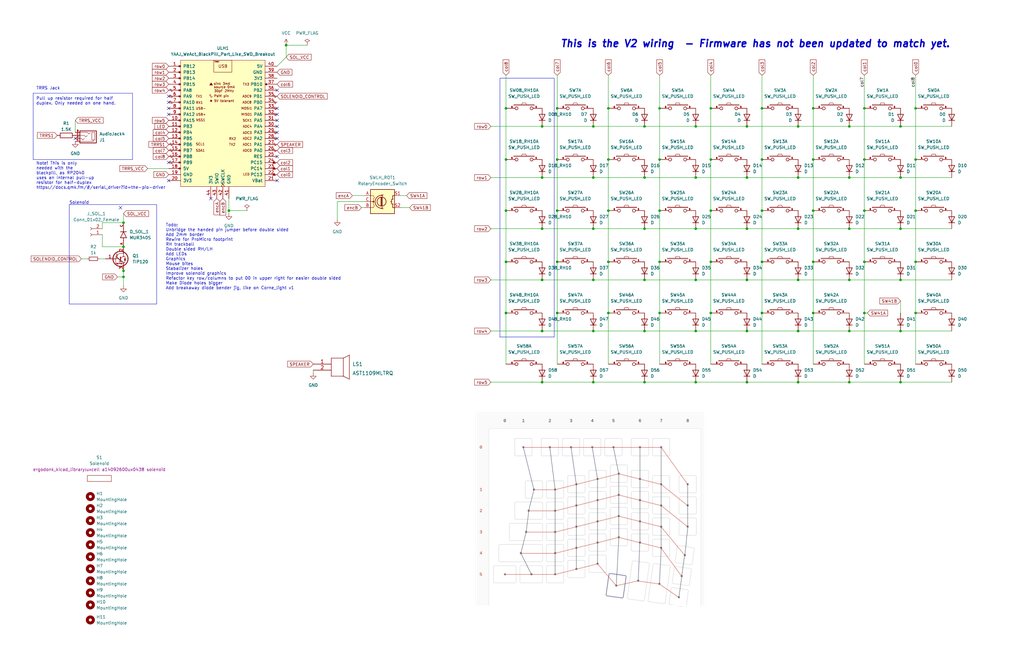
<source format=kicad_sch>
(kicad_sch (version 20230121) (generator eeschema)
  (paper "B")
  (title_block (title "Ergodonk") (date "2023-01-12") (rev "0.1") (company "github.com/JellyTitan") (comment 1 "Ryan Neff") (comment 2 "5V Zone was intentionally omitted because of the solenoid, dedicated 5V pins were used."))
  (junction (at 271.78 118.11))
  (junction (at 364.49 132.08))
  (junction (at 379.73 161.29))
  (junction (at 52.07 104.14))
  (junction (at 278.13 88.9))
  (junction (at 256.54 88.9))
  (junction (at 293.37 118.11))
  (junction (at 293.37 161.29))
  (junction (at 278.13 67.31))
  (junction (at 314.96 96.52))
  (junction (at 208.28 -36.83))
  (junction (at 379.73 53.34))
  (junction (at 342.9 88.9))
  (junction (at 120.65 19.05))
  (junction (at 234.95 45.72))
  (junction (at 336.55 53.34))
  (junction (at 379.73 96.52))
  (junction (at 299.72 132.08))
  (junction (at 250.19 161.29))
  (junction (at 314.96 139.7))
  (junction (at 213.36 45.72))
  (junction (at 386.08 67.31))
  (junction (at 278.13 45.72))
  (junction (at 386.08 110.49))
  (junction (at 228.6 53.34))
  (junction (at 364.49 45.72))
  (junction (at 336.55 74.93))
  (junction (at 364.49 88.9))
  (junction (at 228.6 74.93))
  (junction (at 264.16 -20.32))
  (junction (at 213.36 132.08))
  (junction (at 52.07 114.3))
  (junction (at 232.41 -125.73))
  (junction (at 386.08 132.08))
  (junction (at 358.14 161.29))
  (junction (at 299.72 110.49))
  (junction (at 96.52 88.9))
  (junction (at 299.72 88.9))
  (junction (at 250.19 118.11))
  (junction (at 314.96 118.11))
  (junction (at 358.14 53.34))
  (junction (at 234.95 110.49))
  (junction (at 358.14 139.7))
  (junction (at 342.9 110.49))
  (junction (at 271.78 53.34))
  (junction (at 379.73 139.7))
  (junction (at 256.54 45.72))
  (junction (at 358.14 118.11))
  (junction (at 52.07 116.84))
  (junction (at 256.54 132.08))
  (junction (at 336.55 118.11))
  (junction (at 228.6 96.52))
  (junction (at 299.72 45.72))
  (junction (at 321.31 45.72))
  (junction (at 256.54 67.31))
  (junction (at 364.49 67.31))
  (junction (at 52.07 93.98))
  (junction (at 228.6 118.11))
  (junction (at 358.14 96.52))
  (junction (at 364.49 110.49))
  (junction (at 314.96 74.93))
  (junction (at 213.36 110.49))
  (junction (at 386.08 88.9))
  (junction (at 228.6 139.7))
  (junction (at 321.31 88.9))
  (junction (at 278.13 132.08))
  (junction (at 336.55 139.7))
  (junction (at 256.54 -20.32))
  (junction (at 293.37 53.34))
  (junction (at 336.55 96.52))
  (junction (at 336.55 161.29))
  (junction (at 271.78 161.29))
  (junction (at 321.31 110.49))
  (junction (at 228.6 161.29))
  (junction (at 250.19 74.93))
  (junction (at 234.95 88.9))
  (junction (at 314.96 161.29))
  (junction (at 342.9 45.72))
  (junction (at 394.97 -60.96))
  (junction (at 379.73 74.93))
  (junction (at 271.78 139.7))
  (junction (at 342.9 132.08))
  (junction (at 293.37 139.7))
  (junction (at 386.08 45.72))
  (junction (at 234.95 67.31))
  (junction (at 271.78 96.52))
  (junction (at 293.37 96.52))
  (junction (at 208.28 -20.32))
  (junction (at 250.19 96.52))
  (junction (at 213.36 67.31))
  (junction (at 379.73 118.11))
  (junction (at 250.19 53.34))
  (junction (at 293.37 74.93))
  (junction (at 321.31 132.08))
  (junction (at 250.19 139.7))
  (junction (at 342.9 67.31))
  (junction (at 271.78 74.93))
  (junction (at 358.14 74.93))
  (junction (at 278.13 110.49))
  (junction (at 234.95 132.08))
  (junction (at 213.36 88.9))
  (junction (at 321.31 67.31))
  (junction (at 256.54 110.49))
  (junction (at 314.96 53.34))
  (junction (at 299.72 67.31))
  (no_connect (at 116.84 66.04))
  (no_connect (at 116.84 76.2))
  (no_connect (at 71.12 40.64))
  (no_connect (at 71.12 43.18))
  (no_connect (at 71.12 45.72))
  (no_connect (at 71.12 48.26))
  (no_connect (at 116.84 38.1))
  (no_connect (at 116.84 58.42))
  (no_connect (at 116.84 55.88))
  (no_connect (at 71.12 68.58))
  (no_connect (at 88.9 83.82))
  (no_connect (at 50.8 87.63))
  (no_connect (at 31.75 58.42))
  (no_connect (at 116.84 45.72))
  (no_connect (at 116.84 50.8))
  (no_connect (at 116.84 48.26))
  (no_connect (at 116.84 53.34))
  (no_connect (at 71.12 76.2))
  (wire (pts (xy 358.14 74.93) (xy 379.73 74.93)))
  (polyline (pts (xy 402.59 -97.79) (xy 402.59 -29.21)))
  (wire (pts (xy 358.14 53.34) (xy 379.73 53.34)))
  (wire (pts (xy 250.19 -147.32) (xy 250.19 -152.4)))
  (wire (pts (xy 299.72 45.72) (xy 299.72 31.75)))
  (wire (pts (xy 256.54 45.72) (xy 256.54 31.75)))
  (wire (pts (xy 234.95 31.75) (xy 234.95 45.72)))
  (wire (pts (xy 220.98 -104.14) (xy 222.25 -104.14)))
  (wire (pts (xy 321.31 45.72) (xy 321.31 67.31)))
  (wire (pts (xy 271.78 -147.32) (xy 271.78 -152.4)))
  (wire (pts (xy 278.13 110.49) (xy 278.13 132.08)))
  (wire (pts (xy 254 -125.73) (xy 248.92 -125.73)))
  (polyline (pts (xy 378.46 -140.97) (xy 228.6 -140.97)))
  (wire (pts (xy 233.68 -125.73) (xy 232.41 -125.73)))
  (wire (pts (xy 393.7 -36.83) (xy 394.97 -36.83)))
  (wire (pts (xy 248.92 -87.63) (xy 242.57 -87.63)))
  (wire (pts (xy 364.49 45.72) (xy 364.49 31.75)))
  (wire (pts (xy 153.67 85.09) (xy 142.24 85.09)))
  (wire (pts (xy 250.19 53.34) (xy 271.78 53.34)))
  (wire (pts (xy 318.77 -125.73) (xy 313.69 -125.73)))
  (wire (pts (xy 358.14 138.43) (xy 358.14 139.7)))
  (polyline (pts (xy 233.68 142.24) (xy 233.68 35.56)))
  (wire (pts (xy 314.96 118.11) (xy 336.55 118.11)))
  (wire (pts (xy 208.28 -20.32) (xy 256.54 -20.32)))
  (wire (pts (xy 234.95 110.49) (xy 234.95 132.08)))
  (wire (pts (xy 406.4 -82.55) (xy 406.4 -93.98)))
  (wire (pts (xy 293.37 161.29) (xy 314.96 161.29)))
  (polyline (pts (xy 204.47 -29.21) (xy 204.47 -53.34)))
  (wire (pts (xy 297.18 -82.55) (xy 292.1 -82.55)))
  (wire (pts (xy 142.24 85.09) (xy 142.24 92.71)))
  (wire (pts (xy 394.97 -36.83) (xy 394.97 -60.96)))
  (wire (pts (xy 276.86 -147.32) (xy 271.78 -147.32)))
  (wire (pts (xy 394.97 -82.55) (xy 406.4 -82.55)))
  (wire (pts (xy 364.49 67.31) (xy 364.49 88.9)))
  (wire (pts (xy 334.01 -109.22) (xy 340.36 -109.22)))
  (wire (pts (xy 318.77 -82.55) (xy 313.69 -82.55)))
  (wire (pts (xy 210.82 -125.73) (xy 209.55 -125.73)))
  (polyline (pts (xy 210.82 33.02) (xy 210.82 142.24)))
  (wire (pts (xy 278.13 132.08) (xy 278.13 153.67)))
  (wire (pts (xy 207.01 161.29) (xy 228.6 161.29)))
  (wire (pts (xy 264.16 -104.14) (xy 269.24 -104.14)))
  (wire (pts (xy 378.46 -36.83) (xy 378.46 -41.91)))
  (wire (pts (xy 384.81 -60.96) (xy 383.54 -60.96)))
  (wire (pts (xy 270.51 -87.63) (xy 264.16 -87.63)))
  (wire (pts (xy 270.51 -41.91) (xy 264.16 -41.91)))
  (wire (pts (xy 350.52 -36.83) (xy 356.87 -36.83)))
  (wire (pts (xy 293.37 -152.4) (xy 287.02 -152.4)))
  (wire (pts (xy 341.63 -147.32) (xy 336.55 -147.32)))
  (wire (pts (xy 382.27 -104.14) (xy 382.27 -130.81)))
  (wire (pts (xy 231.14 -66.04) (xy 232.41 -66.04)))
  (wire (pts (xy 207.01 139.7) (xy 228.6 139.7)))
  (polyline (pts (xy 313.69 -29.21) (xy 204.47 -29.21)))
  (wire (pts (xy 312.42 -60.96) (xy 312.42 -66.04)))
  (wire (pts (xy 269.24 -66.04) (xy 275.59 -66.04)))
  (wire (pts (xy 208.28 -66.04) (xy 208.28 -36.83)))
  (polyline (pts (xy 355.6 -76.2) (xy 378.46 -76.2)))
  (wire (pts (xy 336.55 -147.32) (xy 336.55 -152.4)))
  (wire (pts (xy 309.88 -41.91) (xy 307.34 -41.91)))
  (wire (pts (xy 228.6 161.29) (xy 250.19 161.29)))
  (wire (pts (xy 198.12 -20.32) (xy 198.12 -166.37)))
  (wire (pts (xy 213.36 45.72) (xy 213.36 31.75)))
  (wire (pts (xy 198.12 -20.32) (xy 208.28 -20.32)))
  (polyline (pts (xy 232.41 33.02) (xy 210.82 33.02)))
  (wire (pts (xy 222.25 -130.81) (xy 220.98 -130.81)))
  (wire (pts (xy 312.42 -104.14) (xy 312.42 -109.22)))
  (wire (pts (xy 321.31 45.72) (xy 321.31 31.75)))
  (wire (pts (xy 379.73 74.93) (xy 401.32 74.93)))
  (wire (pts (xy 342.9 88.9) (xy 342.9 110.49)))
  (wire (pts (xy 213.36 153.67) (xy 213.36 132.08)))
  (wire (pts (xy 132.08 157.48) (xy 132.08 156.21)))
  (wire (pts (xy 222.25 -60.96) (xy 222.25 -87.63)))
  (wire (pts (xy 271.78 -152.4) (xy 265.43 -152.4)))
  (wire (pts (xy 254 -82.55) (xy 248.92 -82.55)))
  (wire (pts (xy 52.07 116.84) (xy 52.07 120.65)))
  (wire (pts (xy 335.28 -82.55) (xy 335.28 -87.63)))
  (wire (pts (xy 297.18 -125.73) (xy 292.1 -125.73)))
  (wire (pts (xy 386.08 31.75) (xy 386.08 45.72)))
  (wire (pts (xy 293.37 118.11) (xy 314.96 118.11)))
  (polyline (pts (xy 378.46 -161.29) (xy 402.59 -161.29)))
  (polyline (pts (xy 233.68 35.56) (xy 233.68 33.02)))
  (wire (pts (xy 31.75 50.8) (xy 31.75 55.88)))
  (wire (pts (xy 256.54 88.9) (xy 256.54 110.49)))
  (wire (pts (xy 314.96 53.34) (xy 336.55 53.34)))
  (polyline (pts (xy 204.47 -161.29) (xy 228.6 -161.29)))
  (wire (pts (xy 264.16 -20.32) (xy 316.23 -20.32)))
  (wire (pts (xy 213.36 110.49) (xy 213.36 88.9)))
  (wire (pts (xy 234.95 67.31) (xy 234.95 88.9)))
  (wire (pts (xy 314.96 138.43) (xy 314.96 139.7)))
  (wire (pts (xy 232.41 -36.83) (xy 227.33 -36.83)))
  (wire (pts (xy 256.54 67.31) (xy 256.54 88.9)))
  (polyline (pts (xy 204.47 -53.34) (xy 204.47 -161.29)))
  (wire (pts (xy 234.95 132.08) (xy 234.95 153.67)))
  (wire (pts (xy 250.19 96.52) (xy 271.78 96.52)))
  (wire (pts (xy 227.33 -41.91) (xy 220.98 -41.91)))
  (wire (pts (xy 96.52 83.82) (xy 96.52 88.9)))
  (wire (pts (xy 247.65 -66.04) (xy 254 -66.04)))
  (wire (pts (xy 314.96 139.7) (xy 336.55 139.7)))
  (wire (pts (xy 228.6 53.34) (xy 250.19 53.34)))
  (wire (pts (xy 358.14 118.11) (xy 379.73 118.11)))
  (wire (pts (xy 232.41 -125.73) (xy 231.14 -125.73)))
  (wire (pts (xy 379.73 96.52) (xy 401.32 96.52)))
  (wire (pts (xy 350.52 -60.96) (xy 350.52 -55.88)))
  (wire (pts (xy 312.42 -109.22) (xy 318.77 -109.22)))
  (wire (pts (xy 254 -36.83) (xy 248.92 -36.83)))
  (wire (pts (xy 270.51 -82.55) (xy 270.51 -87.63)))
  (wire (pts (xy 299.72 132.08) (xy 299.72 153.67)))
  (wire (pts (xy 228.6 139.7) (xy 250.19 139.7)))
  (wire (pts (xy 271.78 161.29) (xy 293.37 161.29)))
  (wire (pts (xy 350.52 -55.88) (xy 309.88 -55.88)))
  (wire (pts (xy 342.9 45.72) (xy 342.9 31.75)))
  (wire (pts (xy 386.08 45.72) (xy 386.08 67.31)))
  (wire (pts (xy 209.55 -109.22) (xy 210.82 -109.22)))
  (wire (pts (xy 373.38 -165.1) (xy 373.38 -152.4)))
  (wire (pts (xy 292.1 -41.91) (xy 285.75 -41.91)))
  (polyline (pts (xy 29.21 86.36) (xy 66.04 86.36)))
  (wire (pts (xy 364.49 110.49) (xy 364.49 132.08)))
  (wire (pts (xy 336.55 118.11) (xy 358.14 118.11)))
  (wire (pts (xy 379.73 118.11) (xy 401.32 118.11)))
  (wire (pts (xy 313.69 -82.55) (xy 313.69 -87.63)))
  (polyline (pts (xy 210.82 142.24) (xy 233.68 142.24)))
  (wire (pts (xy 116.84 27.94) (xy 120.65 24.13)))
  (wire (pts (xy 406.4 -101.6) (xy 406.4 -109.22)))
  (wire (pts (xy 382.27 -130.81) (xy 386.08 -130.81)))
  (wire (pts (xy 34.29 109.22) (xy 36.83 109.22)))
  (wire (pts (xy 285.75 -60.96) (xy 290.83 -60.96)))
  (wire (pts (xy 313.69 -125.73) (xy 313.69 -130.81)))
  (wire (pts (xy 248.92 -125.73) (xy 248.92 -130.81)))
  (wire (pts (xy 224.79 -147.32) (xy 224.79 -166.37)))
  (wire (pts (xy 342.9 67.31) (xy 342.9 88.9)))
  (wire (pts (xy 313.69 -130.81) (xy 307.34 -130.81)))
  (wire (pts (xy 208.28 -21.59) (xy 208.28 -20.32)))
  (wire (pts (xy 49.53 116.84) (xy 52.07 116.84)))
  (wire (pts (xy 228.6 96.52) (xy 250.19 96.52)))
  (wire (pts (xy 386.08 67.31) (xy 386.08 88.9)))
  (wire (pts (xy 356.87 -125.73) (xy 356.87 -130.81)))
  (wire (pts (xy 224.79 -166.37) (xy 198.12 -166.37)))
  (wire (pts (xy 213.36 88.9) (xy 213.36 67.31)))
  (wire (pts (xy 250.19 74.93) (xy 271.78 74.93)))
  (wire (pts (xy 278.13 45.72) (xy 278.13 31.75)))
  (wire (pts (xy 299.72 88.9) (xy 299.72 110.49)))
  (polyline (pts (xy 402.59 -97.79) (xy 378.46 -97.79)))
  (wire (pts (xy 335.28 -87.63) (xy 328.93 -87.63)))
  (wire (pts (xy 342.9 110.49) (xy 342.9 132.08)))
  (wire (pts (xy 269.24 -109.22) (xy 275.59 -109.22)))
  (wire (pts (xy 383.54 -87.63) (xy 383.54 -60.96)))
  (wire (pts (xy 358.14 139.7) (xy 379.73 139.7)))
  (wire (pts (xy 398.78 -125.73) (xy 398.78 -152.4)))
  (wire (pts (xy 222.25 -87.63) (xy 220.98 -87.63)))
  (wire (pts (xy 171.45 82.55) (xy 168.91 82.55)))
  (wire (pts (xy 356.87 -130.81) (xy 350.52 -130.81)))
  (wire (pts (xy 250.19 118.11) (xy 271.78 118.11)))
  (polyline (pts (xy 66.04 128.27) (xy 66.04 86.36)))
  (wire (pts (xy 336.55 96.52) (xy 358.14 96.52)))
  (wire (pts (xy 209.55 -152.4) (xy 212.09 -152.4)))
  (wire (pts (xy 285.75 -104.14) (xy 290.83 -104.14)))
  (wire (pts (xy 232.41 -82.55) (xy 231.14 -82.55)))
  (wire (pts (xy 234.95 45.72) (xy 234.95 67.31)))
  (wire (pts (xy 278.13 67.31) (xy 278.13 88.9)))
  (wire (pts (xy 271.78 53.34) (xy 293.37 53.34)))
  (wire (pts (xy 292.1 -36.83) (xy 292.1 -41.91)))
  (wire (pts (xy 373.38 -104.14) (xy 373.38 -87.63)))
  (wire (pts (xy 335.28 -41.91) (xy 340.36 -41.91)))
  (wire (pts (xy 234.95 88.9) (xy 234.95 110.49)))
  (wire (pts (xy 356.87 -36.83) (xy 356.87 -41.91)))
  (wire (pts (xy 270.51 -125.73) (xy 270.51 -130.81)))
  (wire (pts (xy 207.01 53.34) (xy 228.6 53.34)))
  (wire (pts (xy 275.59 -36.83) (xy 270.51 -36.83)))
  (wire (pts (xy 312.42 -66.04) (xy 318.77 -66.04)))
  (wire (pts (xy 378.46 -41.91) (xy 383.54 -41.91)))
  (wire (pts (xy 320.04 -147.32) (xy 313.69 -147.32)))
  (wire (pts (xy 256.54 132.08) (xy 256.54 153.67)))
  (polyline (pts (xy 29.21 128.27) (xy 66.04 128.27)))
  (wire (pts (xy 358.14 161.29) (xy 379.73 161.29)))
  (wire (pts (xy 271.78 118.11) (xy 293.37 118.11)))
  (wire (pts (xy 386.08 -147.32) (xy 383.54 -147.32)))
  (wire (pts (xy 52.07 113.03) (xy 52.07 114.3)))
  (wire (pts (xy 292.1 -87.63) (xy 285.75 -87.63)))
  (wire (pts (xy 270.51 -130.81) (xy 264.16 -130.81)))
  (wire (pts (xy 386.08 132.08) (xy 386.08 153.67)))
  (wire (pts (xy 43.18 104.14) (xy 43.18 99.06)))
  (wire (pts (xy 228.6 74.93) (xy 250.19 74.93)))
  (wire (pts (xy 43.18 104.14) (xy 52.07 104.14)))
  (wire (pts (xy 379.73 127) (xy 379.73 132.08)))
  (wire (pts (xy 394.97 -60.96) (xy 394.97 -66.04)))
  (wire (pts (xy 242.57 -60.96) (xy 247.65 -60.96)))
  (wire (pts (xy 328.93 -36.83) (xy 335.28 -36.83)))
  (wire (pts (xy 334.01 -104.14) (xy 334.01 -109.22)))
  (wire (pts (xy 314.96 74.93) (xy 336.55 74.93)))
  (wire (pts (xy 213.36 132.08) (xy 213.36 110.49)))
  (polyline (pts (xy 378.46 -161.29) (xy 378.46 -140.97)))
  (wire (pts (xy 356.87 -41.91) (xy 361.95 -41.91)))
  (wire (pts (xy 271.78 74.93) (xy 293.37 74.93)))
  (wire (pts (xy 358.14 -152.4) (xy 351.79 -152.4)))
  (wire (pts (xy 340.36 -82.55) (xy 335.28 -82.55)))
  (wire (pts (xy 41.91 109.22) (xy 44.45 109.22)))
  (wire (pts (xy 334.01 -60.96) (xy 334.01 -66.04)))
  (wire (pts (xy 314.96 161.29) (xy 336.55 161.29)))
  (wire (pts (xy 210.82 -36.83) (xy 208.28 -36.83)))
  (wire (pts (xy 358.14 96.52) (xy 379.73 96.52)))
  (wire (pts (xy 316.23 -41.91) (xy 316.23 -20.32)))
  (wire (pts (xy 227.33 -36.83) (xy 227.33 -41.91)))
  (wire (pts (xy 250.19 -152.4) (xy 243.84 -152.4)))
  (wire (pts (xy 297.18 -36.83) (xy 292.1 -36.83)))
  (wire (pts (xy 231.14 -125.73) (xy 231.14 -109.22)))
  (wire (pts (xy 309.88 -55.88) (xy 309.88 -41.91)))
  (wire (pts (xy 269.24 -60.96) (xy 269.24 -66.04)))
  (wire (pts (xy 220.98 -60.96) (xy 222.25 -60.96)))
  (wire (pts (xy 43.18 93.98) (xy 52.07 93.98)))
  (wire (pts (xy 336.55 53.34) (xy 358.14 53.34)))
  (wire (pts (xy 379.73 161.29) (xy 401.32 161.29)))
  (wire (pts (xy 264.16 -20.32) (xy 256.54 -20.32)))
  (wire (pts (xy 293.37 74.93) (xy 314.96 74.93)))
  (wire (pts (xy 355.6 -104.14) (xy 355.6 -109.22)))
  (wire (pts (xy 292.1 -125.73) (xy 292.1 -130.81)))
  (polyline (pts (xy 228.6 -140.97) (xy 228.6 -161.29)))
  (wire (pts (xy 350.52 -104.14) (xy 355.6 -104.14)))
  (wire (pts (xy 335.28 -36.83) (xy 335.28 -41.91)))
  (wire (pts (xy 152.4 87.63) (xy 153.67 87.63)))
  (wire (pts (xy 96.52 88.9) (xy 96.52 90.17)))
  (wire (pts (xy 231.14 -109.22) (xy 232.41 -109.22)))
  (wire (pts (xy 275.59 -82.55) (xy 270.51 -82.55)))
  (wire (pts (xy 231.14 -82.55) (xy 231.14 -66.04)))
  (wire (pts (xy 313.69 -87.63) (xy 307.34 -87.63)))
  (polyline (pts (xy 402.59 -161.29) (xy 402.59 -97.79)))
  (wire (pts (xy 358.14 -147.32) (xy 358.14 -152.4)))
  (wire (pts (xy 361.95 -82.55) (xy 356.87 -82.55)))
  (wire (pts (xy 336.55 74.93) (xy 358.14 74.93)))
  (polyline (pts (xy 13.97 39.37) (xy 13.97 67.31)))
  (wire (pts (xy 207.01 118.11) (xy 228.6 118.11)))
  (wire (pts (xy 340.36 -125.73) (xy 335.28 -125.73)))
  (wire (pts (xy 248.92 -130.81) (xy 242.57 -130.81)))
  (wire (pts (xy 228.6 118.11) (xy 250.19 118.11)))
  (wire (pts (xy 248.92 -36.83) (xy 248.92 -41.91)))
  (polyline (pts (xy 29.21 86.36) (xy 29.21 128.27)))
  (wire (pts (xy 316.23 -41.91) (xy 318.77 -41.91)))
  (wire (pts (xy 43.18 93.98) (xy 43.18 96.52)))
  (wire (pts (xy 256.54 110.49) (xy 256.54 132.08)))
  (wire (pts (xy 383.54 -87.63) (xy 384.81 -87.63)))
  (wire (pts (xy 120.65 19.05) (xy 129.54 19.05)))
  (wire (pts (xy 278.13 45.72) (xy 278.13 67.31)))
  (wire (pts (xy 335.28 -130.81) (xy 328.93 -130.81)))
  (wire (pts (xy 336.55 -152.4) (xy 330.2 -152.4)))
  (wire (pts (xy 172.72 87.63) (xy 168.91 87.63)))
  (wire (pts (xy 222.25 -104.14) (xy 222.25 -130.81)))
  (wire (pts (xy 355.6 -109.22) (xy 361.95 -109.22)))
  (polyline (pts (xy 228.6 -53.34) (xy 228.6 -140.97)))
  (wire (pts (xy 372.11 -87.63) (xy 373.38 -87.63)))
  (wire (pts (xy 207.01 96.52) (xy 228.6 96.52)))
  (wire (pts (xy 248.92 -41.91) (xy 242.57 -41.91)))
  (polyline (pts (xy 13.97 39.37) (xy 55.88 39.37)))
  (wire (pts (xy 321.31 110.49) (xy 321.31 132.08)))
  (wire (pts (xy 292.1 -82.55) (xy 292.1 -87.63)))
  (wire (pts (xy 242.57 -104.14) (xy 247.65 -104.14)))
  (wire (pts (xy 307.34 -104.14) (xy 312.42 -104.14)))
  (wire (pts (xy 401.32 53.34) (xy 379.73 53.34)))
  (wire (pts (xy 247.65 -104.14) (xy 247.65 -109.22)))
  (wire (pts (xy 62.23 71.12) (xy 71.12 71.12)))
  (wire (pts (xy 383.54 -165.1) (xy 382.27 -165.1)))
  (wire (pts (xy 222.25 -147.32) (xy 224.79 -147.32)))
  (wire (pts (xy 293.37 53.34) (xy 314.96 53.34)))
  (wire (pts (xy 321.31 88.9) (xy 321.31 110.49)))
  (wire (pts (xy 328.93 -60.96) (xy 334.01 -60.96)))
  (wire (pts (xy 271.78 139.7) (xy 293.37 139.7)))
  (wire (pts (xy 247.65 -109.22) (xy 254 -109.22)))
  (wire (pts (xy 290.83 -109.22) (xy 297.18 -109.22)))
  (wire (pts (xy 209.55 -82.55) (xy 209.55 -109.22)))
  (polyline (pts (xy 204.47 -53.34) (xy 228.6 -53.34)))
  (polyline (pts (xy 402.59 -29.21) (xy 313.69 -29.21)))
  (polyline (pts (xy 228.6 -161.29) (xy 378.46 -161.29)))
  (wire (pts (xy 271.78 96.52) (xy 293.37 96.52)))
  (polyline (pts (xy 55.88 67.31) (xy 55.88 39.37)))
  (wire (pts (xy 293.37 139.7) (xy 314.96 139.7)))
  (wire (pts (xy 361.95 -125.73) (xy 356.87 -125.73)))
  (wire (pts (xy 269.24 -104.14) (xy 269.24 -109.22)))
  (wire (pts (xy 406.4 -109.22) (xy 394.97 -109.22)))
  (wire (pts (xy 372.11 -36.83) (xy 378.46 -36.83)))
  (wire (pts (xy 248.92 -82.55) (xy 248.92 -87.63)))
  (wire (pts (xy 363.22 -147.32) (xy 358.14 -147.32)))
  (wire (pts (xy 256.54 45.72) (xy 256.54 67.31)))
  (wire (pts (xy 290.83 -104.14) (xy 290.83 -109.22)))
  (wire (pts (xy 356.87 -82.55) (xy 356.87 -87.63)))
  (wire (pts (xy 364.49 132.08) (xy 365.76 132.08)))
  (wire (pts (xy 208.28 -29.21) (xy 208.28 -36.83)))
  (polyline (pts (xy 378.46 -97.79) (xy 378.46 -140.97)))
  (wire (pts (xy 210.82 -82.55) (xy 209.55 -82.55)))
  (wire (pts (xy 208.28 -66.04) (xy 210.82 -66.04)))
  (wire (pts (xy 299.72 110.49) (xy 299.72 132.08)))
  (wire (pts (xy 336.55 139.7) (xy 358.14 139.7)))
  (wire (pts (xy 307.34 -60.96) (xy 312.42 -60.96)))
  (polyline (pts (xy 233.68 33.02) (xy 232.41 33.02)))
  (wire (pts (xy 247.65 -60.96) (xy 247.65 -66.04)))
  (wire (pts (xy 372.11 -104.14) (xy 373.38 -104.14)))
  (wire (pts (xy 148.59 82.55) (xy 153.67 82.55)))
  (polyline (pts (xy 13.97 67.31) (xy 55.88 67.31)))
  (wire (pts (xy 314.96 96.52) (xy 336.55 96.52)))
  (wire (pts (xy 299.72 45.72) (xy 299.72 67.31)))
  (wire (pts (xy 334.01 -66.04) (xy 340.36 -66.04)))
  (wire (pts (xy 278.13 88.9) (xy 278.13 110.49)))
  (wire (pts (xy 52.07 90.17) (xy 52.07 93.98)))
  (wire (pts (xy 96.52 88.9) (xy 104.14 88.9)))
  (polyline (pts (xy 313.69 -29.21) (xy 313.69 -52.07)))
  (wire (pts (xy 398.78 -152.4) (xy 396.24 -152.4)))
  (wire (pts (xy 374.65 -165.1) (xy 373.38 -165.1)))
  (wire (pts (xy 298.45 -147.32) (xy 293.37 -147.32)))
  (wire (pts (xy 250.19 139.7) (xy 271.78 139.7)))
  (wire (pts (xy 335.28 -125.73) (xy 335.28 -130.81)))
  (wire (pts (xy 336.55 161.29) (xy 358.14 161.29)))
  (wire (pts (xy 321.31 67.31) (xy 321.31 88.9)))
  (polyline (pts (xy 378.46 -52.07) (xy 378.46 -97.79)))
  (wire (pts (xy 328.93 -104.14) (xy 334.01 -104.14)))
  (wire (pts (xy 255.27 -147.32) (xy 250.19 -147.32)))
  (wire (pts (xy 264.16 -60.96) (xy 269.24 -60.96)))
  (wire (pts (xy 364.49 45.72) (xy 364.49 67.31)))
  (wire (pts (xy 207.01 74.93) (xy 228.6 74.93)))
  (wire (pts (xy 364.49 88.9) (xy 364.49 110.49)))
  (polyline (pts (xy 313.69 -52.07) (xy 358.14 -52.07)))
  (wire (pts (xy 290.83 -60.96) (xy 290.83 -66.04)))
  (wire (pts (xy 290.83 -66.04) (xy 297.18 -66.04)))
  (wire (pts (xy 270.51 -36.83) (xy 270.51 -41.91)))
  (polyline (pts (xy 355.6 -52.07) (xy 355.6 -76.2)))
  (wire (pts (xy 396.24 -125.73) (xy 398.78 -125.73)))
  (wire (pts (xy 379.73 139.7) (xy 401.32 139.7)))
  (wire (pts (xy 356.87 -87.63) (xy 350.52 -87.63)))
  (wire (pts (xy 120.65 24.13) (xy 120.65 19.05)))
  (wire (pts (xy 313.69 -147.32) (xy 313.69 -152.4)))
  (wire (pts (xy 293.37 96.52) (xy 314.96 96.52)))
  (wire (pts (xy 364.49 132.08) (xy 364.49 153.67)))
  (wire (pts (xy 52.07 116.84) (xy 52.07 114.3)))
  (wire (pts (xy 384.81 -104.14) (xy 382.27 -104.14)))
  (wire (pts (xy 386.08 110.49) (xy 386.08 132.08)))
  (wire (pts (xy 292.1 -130.81) (xy 285.75 -130.81)))
  (wire (pts (xy 321.31 132.08) (xy 321.31 153.67)))
  (wire (pts (xy 293.37 -147.32) (xy 293.37 -152.4)))
  (wire (pts (xy 275.59 -125.73) (xy 270.51 -125.73)))
  (wire (pts (xy 386.08 88.9) (xy 386.08 110.49)))
  (wire (pts (xy 383.54 -147.32) (xy 383.54 -165.1)))
  (wire (pts (xy 299.72 67.31) (xy 299.72 88.9)))
  (wire (pts (xy 308.61 -152.4) (xy 313.69 -152.4)))
  (polyline (pts (xy 358.14 -52.07) (xy 378.46 -52.07)))
  (wire (pts (xy 342.9 45.72) (xy 342.9 67.31)))
  (wire (pts (xy 213.36 67.31) (xy 213.36 45.72)))
  (wire (pts (xy 342.9 132.08) (xy 342.9 153.67)))
  (wire (pts (xy 209.55 -125.73) (xy 209.55 -152.4)))
  (wire (pts (xy 250.19 161.29) (xy 271.78 161.29)))
  (image (at 248.92 214.63) (scale 1.76046))
  (text "This is the V2 wiring  - Firmware has not been updated to match yet." (at 236.22 20.32 0) (effects (font (size 3 3) (thickness 0.6) bold italic) (justify left bottom)))
  (text "Todo:\nUnbridge the handed pin jumper before double sided\nAdd 2mm border\nRewire for ProMicro footprint\nRH trackball\nDouble sided RH/LH\nAdd LEDs\nGraphics\nMouse bites\nStabalizer holes\nImprove solenoid graphics\nRefactor key row/columns to put 00 in upper right for easier double sided\nMake Diode holes bigger\nAdd breakaway diode bender jig, like on Corne_light v1\n\n" (at 69.85 124.46 0) (effects (font (size 1.27 1.27)) (justify left bottom)))
  (text "Aux Keys" (at 379.73 -158.75 0) (effects (font (size 1.27 1.27)) (justify left bottom)))
  (text "Thumb Cluster" (at 379.73 -95.25 0) (effects (font (size 1.27 1.27)) (justify left bottom)))
  (text "Solenoid" (at 29.21 86.36 0) (effects (font (size 1.27 1.27)) (justify left bottom)))
  (text "@TODO: Do we want  \na new footprint for\nrotary encoder/switch\nwith LED?" (at 356.87 -64.77 0) (effects (font (size 1.27 1.27)) (justify left bottom)))
  (text "RH Only\n" (at 205.74 -158.75 0) (effects (font (size 1.27 1.27)) (justify left bottom)))
  (text "Alpha Keys (LH & RH)" (at 229.87 -138.43 0) (effects (font (size 1.27 1.27)) (justify left bottom)))
  (text "LED's\n1) Jumper blocking all LED's for testing - can remove in final\n2) All LED's are in series - you can only turn them on sequentially:\n    a. Alphas (Jumper 1)\n    b. Thumb clusters (LH 1 & 2 & 3, RH 1 & 3)\n    c. Aux keys (LH 1 & 2 & 3 & 4, RH 1 & 3 & 4)\n    d. F Keys (LH 1 & 2 & 3 & 4 & 5, RH 1 & 3 & 4 & 5)\n3) Do not install RH only LED's on the Left hand. (Should I dummy proof with another jumper?)\n" (at 198.12 -167.64 0) (effects (font (size 1.27 1.27)) (justify left bottom)))
  (text "TRRS Jack" (at 15.24 38.1 0) (effects (font (size 1.27 1.27)) (justify left bottom)))
  (text "Note! This is only\nneeded with the \nblackpill, as RP2040\nuses an internal pull-up\nresistor for half-duplex\nhttps://docs.qmk.fm/#/serial_driver?id=the-pio-driver" (at 15.24 80.01 0) (effects (font (size 1.27 1.27)) (justify left bottom)))
  (text "F keys" (at 229.87 -158.75 0) (effects (font (size 1.27 1.27)) (justify left bottom)))
  (text "Rotary Encoder" (at 356.87 -73.66 0) (effects (font (size 1.27 1.27)) (justify left bottom)))
  (text "Pull up resistor required for half \nduplex. Only needed on one hand.\n" (at 15.24 44.45 0) (effects (font (size 1.27 1.27)) (justify left bottom)))
  (label "col7" (at 364.49 36.83 90))
  (label "col8" (at 386.08 36.83 90))
  (global_label "row5" (shape input) (at 71.12 50.8 180) (property "Intersheetrefs" "${INTERSHEET_REFS}" (effects hide)))
  (global_label "SOLENOID_CONTROL" (shape input) (at 34.29 109.22 180) (property "Intersheetrefs" "${INTERSHEET_REFS}" (effects hide)))
  (global_label "encA" (shape input) (at 148.59 82.55 180) (property "Intersheetrefs" "${INTERSHEET_REFS}" (effects hide)))
  (global_label "SW41A" (shape input) (at 365.76 132.08 0) (property "Intersheetrefs" "${INTERSHEET_REFS}" (effects hide)))
  (global_label "col2" (shape input) (at 116.84 68.58 0) (property "Intersheetrefs" "${INTERSHEET_REFS}" (effects hide)))
  (global_label "col5" (shape input) (at 278.13 31.75 90) (property "Intersheetrefs" "${INTERSHEET_REFS}" (effects hide)))
  (global_label "col3" (shape input) (at 321.31 31.75 90) (property "Intersheetrefs" "${INTERSHEET_REFS}" (effects hide)))
  (global_label "row0" (shape input) (at 207.01 53.34 180) (property "Intersheetrefs" "${INTERSHEET_REFS}" (effects hide)))
  (global_label "row4" (shape input) (at 71.12 38.1 180) (property "Intersheetrefs" "${INTERSHEET_REFS}" (effects hide)))
  (global_label "row3" (shape input) (at 207.01 118.11 180) (property "Intersheetrefs" "${INTERSHEET_REFS}" (effects hide)))
  (global_label "col7" (shape input) (at 71.12 63.5 180) (property "Intersheetrefs" "${INTERSHEET_REFS}" (effects hide)))
  (global_label "col1" (shape input) (at 116.84 71.12 0) (property "Intersheetrefs" "${INTERSHEET_REFS}" (effects hide)))
  (global_label "encB" (shape input) (at 152.4 87.63 180) (property "Intersheetrefs" "${INTERSHEET_REFS}" (effects hide)))
  (global_label "col2" (shape input) (at 342.9 31.75 90) (property "Intersheetrefs" "${INTERSHEET_REFS}" (effects hide)))
  (global_label "GND" (shape input) (at 71.12 73.66 180) (property "Intersheetrefs" "${INTERSHEET_REFS}" (effects hide)))
  (global_label "col7" (shape input) (at 234.95 31.75 90) (property "Intersheetrefs" "${INTERSHEET_REFS}" (effects hide)))
  (global_label "col8" (shape input) (at 71.12 66.04 180) (property "Intersheetrefs" "${INTERSHEET_REFS}" (effects hide)))
  (global_label "TRRS1" (shape input) (at 71.12 60.96 180) (property "Intersheetrefs" "${INTERSHEET_REFS}" (effects hide)))
  (global_label "GND" (shape input) (at 49.53 116.84 180) (property "Intersheetrefs" "${INTERSHEET_REFS}" (effects hide)))
  (global_label "encA" (shape input) (at 91.44 83.82 270) (property "Intersheetrefs" "${INTERSHEET_REFS}" (effects hide)))
  (global_label "SW41B" (shape input) (at 172.72 87.63 0) (property "Intersheetrefs" "${INTERSHEET_REFS}" (effects hide)))
  (global_label "col8" (shape input) (at 213.36 31.75 90) (property "Intersheetrefs" "${INTERSHEET_REFS}" (effects hide)))
  (global_label "col4" (shape input) (at 299.72 31.75 90) (property "Intersheetrefs" "${INTERSHEET_REFS}" (effects hide)))
  (global_label "col0" (shape input) (at 386.08 31.75 90) (property "Intersheetrefs" "${INTERSHEET_REFS}" (effects hide)))
  (global_label "TRRS_VCC" (shape input) (at 62.23 71.12 180) (property "Intersheetrefs" "${INTERSHEET_REFS}" (effects hide)))
  (global_label "col6" (shape input) (at 256.54 31.75 90) (property "Intersheetrefs" "${INTERSHEET_REFS}" (effects hide)))
  (global_label "row3" (shape input) (at 71.12 35.56 180) (property "Intersheetrefs" "${INTERSHEET_REFS}" (effects hide)))
  (global_label "SOLENOID_CONTROL" (shape input) (at 116.84 40.64 0) (property "Intersheetrefs" "${INTERSHEET_REFS}" (effects hide)))
  (global_label "row2" (shape input) (at 71.12 33.02 180) (property "Intersheetrefs" "${INTERSHEET_REFS}" (effects hide)))
  (global_label "GND" (shape input) (at 116.84 30.48 0) (property "Intersheetrefs" "${INTERSHEET_REFS}" (effects hide)))
  (global_label "SW41B" (shape input) (at 379.73 127 180) (property "Intersheetrefs" "${INTERSHEET_REFS}" (effects hide)))
  (global_label "row1" (shape input) (at 207.01 74.93 180) (property "Intersheetrefs" "${INTERSHEET_REFS}" (effects hide)))
  (global_label "LED" (shape input) (at 71.12 53.34 180) (property "Intersheetrefs" "${INTERSHEET_REFS}" (effects hide)))
  (global_label "SPEAKER" (shape input) (at 116.84 60.96 0) (property "Intersheetrefs" "${INTERSHEET_REFS}" (effects hide)))
  (global_label "col3" (shape input) (at 116.84 63.5 0) (property "Intersheetrefs" "${INTERSHEET_REFS}" (effects hide)))
  (global_label "TRRS1" (shape input) (at 24.13 57.15 180) (property "Intersheetrefs" "${INTERSHEET_REFS}" (effects hide)))
  (global_label "SOL_VCC" (shape input) (at 120.65 24.13 0) (property "Intersheetrefs" "${INTERSHEET_REFS}" (effects hide)))
  (global_label "encB" (shape input) (at 93.98 83.82 270) (property "Intersheetrefs" "${INTERSHEET_REFS}" (effects hide)))
  (global_label "row5" (shape input) (at 207.01 161.29 180) (property "Intersheetrefs" "${INTERSHEET_REFS}" (effects hide)))
  (global_label "col6" (shape input) (at 116.84 35.56 0) (property "Intersheetrefs" "${INTERSHEET_REFS}" (effects hide)))
  (global_label "col1" (shape input) (at 364.49 31.75 90) (property "Intersheetrefs" "${INTERSHEET_REFS}" (effects hide)))
  (global_label "row4" (shape input) (at 207.01 139.7 180) (property "Intersheetrefs" "${INTERSHEET_REFS}" (effects hide)))
  (global_label "SPEAKER" (shape input) (at 132.08 153.67 180) (property "Intersheetrefs" "${INTERSHEET_REFS}" (effects hide)))
  (global_label "row1" (shape input) (at 71.12 30.48 180) (property "Intersheetrefs" "${INTERSHEET_REFS}" (effects hide)))
  (global_label "row2" (shape input) (at 207.01 96.52 180) (property "Intersheetrefs" "${INTERSHEET_REFS}" (effects hide)))
  (global_label "SW41A" (shape input) (at 171.45 82.55 0) (property "Intersheetrefs" "${INTERSHEET_REFS}" (effects hide)))
  (global_label "row0" (shape input) (at 71.12 27.94 180) (property "Intersheetrefs" "${INTERSHEET_REFS}" (effects hide)))
  (global_label "TRRS_VCC" (shape input) (at 31.75 50.8 0) (property "Intersheetrefs" "${INTERSHEET_REFS}" (effects hide)))
  (global_label "col0" (shape input) (at 116.84 73.66 0) (property "Intersheetrefs" "${INTERSHEET_REFS}" (effects hide)))
  (global_label "LED" (shape input) (at 372.11 -138.43 0) (property "Intersheetrefs" "${INTERSHEET_REFS}" (effects hide)))
  (global_label "col4" (shape input) (at 71.12 55.88 180) (property "Intersheetrefs" "${INTERSHEET_REFS}" (effects hide)))
  (global_label "col5" (shape input) (at 71.12 58.42 180) (property "Intersheetrefs" "${INTERSHEET_REFS}" (effects hide)))
  (global_label "SOL_VCC" (shape input) (at 52.07 90.17 0) (property "Intersheetrefs" "${INTERSHEET_REFS}" (effects hide)))
  (symbol (lib_id "SofleKeyboard:SW_PUSH_LED") (at 389.89 -106.68 0) (unit 2)
    (property "Reference" "SW20" (at 389.89 -114.3 0))
    (property "Value" "SW_PUSH_LED" (at 389.89 -111.76 0) (effects (font (size 0.635 0.635))))
    (property "Footprint" "ergodonk_kicad_library:CherryMX_DoubleSided_Hotswap_miniE" (effects hide))
  )
  (symbol (lib_id "Device:R_Small") (at 39.37 109.22 270) (unit 1)
    (property "Reference" "R2" (at 39.37 104.14 90))
    (property "Value" "1k" (at 39.37 106.68 90))
    (property "Footprint" "Resistor_THT:R_Axial_DIN0207_L6.3mm_D2.5mm_P10.16mm_Horizontal" (effects hide))
  )
  (symbol (lib_id "power:VCC") (at 120.65 19.05 0) (unit 1)
    (property "Reference" "#PWR0105" (effects hide))
    (property "Value" "VCC" (at 120.65 13.97 0))
  )
  (symbol (lib_id "Device:D") (at 271.78 49.53 90) (unit 1)
    (property "Reference" "D6" (at 269.24 48.2599 90) (effects (justify left)))
    (property "Value" "D" (at 269.24 50.7999 90) (effects (justify left)))
    (property "Footprint" "ergodonk_kicad_library:D_SOD-123_DO-35_Hybrid_DoubleSided" (effects hide))
  )
  (symbol (lib_id "SofleKeyboard:SW_PUSH_LED") (at 285.75 67.31 0) (unit 1)
    (property "Reference" "SW15" (at 285.75 59.69 0))
    (property "Value" "SW_PUSH_LED" (at 285.75 62.23 0))
    (property "Footprint" "ergodonk_kicad_library:CherryMX_DoubleSided_Hotswap_miniE" (effects hide))
  )
  (symbol (lib_id "SofleKeyboard:SW_PUSH_LED") (at 242.57 153.67 0) (unit 1)
    (property "Reference" "SW57" (at 242.57 146.05 0))
    (property "Value" "SW_PUSH_LED" (at 242.57 148.59 0))
    (property "Footprint" "ergodonk_kicad_library:CherryMX_DoubleSided_Hotswap_miniE_1.25u" (effects hide))
  )
  (symbol (lib_id "kbd:MJ-4PP-9") (at 36.83 57.785 180) (unit 1)
    (property "Reference" "J1" (at 41.91 59.0551 0) (effects (justify right)))
    (property "Value" "AudioJack4" (at 41.91 56.5151 0) (effects (justify right)))
    (property "Footprint" "kbd:MJ-4PP-9" (effects hide))
  )
  (symbol (lib_id "SofleKeyboard:SW_PUSH_LED") (at 345.44 -85.09 0) (unit 2)
    (property "Reference" "SW32" (at 345.44 -92.71 0))
    (property "Value" "SW_PUSH_LED" (at 345.44 -90.17 0) (effects (font (size 0.635 0.635))))
    (property "Footprint" "ergodonk_kicad_library:CherryMX_DoubleSided_Hotswap_miniE" (effects hide))
  )
  (symbol (lib_id "SofleKeyboard:SW_PUSH_LED") (at 259.08 -106.68 0) (mirror y) (unit 2)
    (property "Reference" "SW26" (at 259.08 -114.3 0))
    (property "Value" "SW_PUSH_LED" (at 259.08 -111.76 0) (effects (font (size 0.635 0.635))))
    (property "Footprint" "ergodonk_kicad_library:CherryMX_DoubleSided_Hotswap_miniE" (effects hide))
  )
  (symbol (lib_id "SofleKeyboard:SW_PUSH_LED") (at 215.9 -85.09 0) (unit 2)
    (property "Reference" "SW38_RH10" (at 215.9 -92.71 0))
    (property "Value" "SW_PUSH_LED" (at 215.9 -90.17 0) (effects (font (size 0.635 0.635))))
    (property "Footprint" "ergodonk_kicad_library:CherryMX_DoubleSided_Hotswap_miniE_1u_RH_ONLY" (effects hide))
  )
  (symbol (lib_id "SofleKeyboard:SW_PUSH_LED") (at 285.75 132.08 0) (unit 1)
    (property "Reference" "SW45" (at 285.75 124.46 0))
    (property "Value" "SW_PUSH_LED" (at 285.75 127 0))
    (property "Footprint" "ergodonk_kicad_library:CherryMX_DoubleSided_Hotswap_miniE" (effects hide))
  )
  (symbol (lib_id "Mechanical:MountingHole") (at 38.1 229.87 0) (unit 1)
    (property "Reference" "H5" (at 40.64 228.5999 0) (effects (justify left)))
    (property "Value" "MountingHole" (at 40.64 231.1399 0) (effects (justify left)))
    (property "Footprint" "MountingHole:MountingHole_2.2mm_M2_Pad_Via" (effects hide))
  )
  (symbol (lib_id "Device:RotaryEncoder_Switch") (at 161.29 85.09 0) (unit 1)
    (property "Reference" "SWLH_ROT1" (at 161.29 74.93 0))
    (property "Value" "RotaryEncoder_Switch" (at 161.29 77.47 0))
    (property "Footprint" "ergodonk_kicad_library:RotaryEncoder_EC11_with_MX_hotswap_v2" (effects hide))
  )
  (symbol (lib_id "SofleKeyboard:SW_PUSH_LED") (at 350.52 67.31 0) (unit 1)
    (property "Reference" "SW12" (at 350.52 59.69 0))
    (property "Value" "SW_PUSH_LED" (at 350.52 62.23 0))
    (property "Footprint" "ergodonk_kicad_library:CherryMX_DoubleSided_Hotswap_miniE" (effects hide))
  )
  (symbol (lib_id "SofleKeyboard:SW_PUSH_LED") (at 391.16 -149.86 0) (unit 2)
    (property "Reference" "SW0" (at 391.16 -157.48 0))
    (property "Value" "SW_PUSH_LED" (at 391.16 -154.94 0) (effects (font (size 0.635 0.635))))
    (property "Footprint" "ergodonk_kicad_library:CherryMX_DoubleSided_Hotswap_miniE" (effects hide))
  )
  (symbol (lib_id "SofleKeyboard:SW_PUSH_LED") (at 237.49 -63.5 0) (mirror y) (unit 2)
    (property "Reference" "SW47" (at 237.49 -71.12 0))
    (property "Value" "SW_PUSH_LED" (at 237.49 -68.58 0) (effects (font (size 0.635 0.635))))
    (property "Footprint" "ergodonk_kicad_library:CherryMX_DoubleSided_Hotswap_miniE_2.25u_LH_2.75u_RH" (effects hide))
  )
  (symbol (lib_id "power:GND") (at 52.07 120.65 0) (unit 1)
    (property "Reference" "#PWR0106" (effects hide))
    (property "Value" "GND" (at 52.07 125.73 0))
  )
  (symbol (lib_id "Device:D") (at 293.37 114.3 90) (unit 1)
    (property "Reference" "D35" (at 295.91 113.0299 90) (effects (justify right)))
    (property "Value" "D" (at 295.91 115.5699 90) (effects (justify right)))
    (property "Footprint" "ergodonk_kicad_library:D_SOD-123_DO-35_Hybrid_DoubleSided" (effects hide))
  )
  (symbol (lib_id "SofleKeyboard:SW_PUSH_LED") (at 302.26 -39.37 0) (unit 2)
    (property "Reference" "SW54" (at 302.26 -46.99 0))
    (property "Value" "SW_PUSH_LED" (at 302.26 -44.45 0) (effects (font (size 0.635 0.635))))
    (property "Footprint" "ergodonk_kicad_library:CherryMX_DoubleSided_Hotswap_miniE" (effects hide))
  )
  (symbol (lib_id "Device:D") (at 228.6 157.48 90) (unit 1)
    (property "Reference" "D58" (at 231.14 156.2099 90) (effects (justify right)))
    (property "Value" "D" (at 231.14 158.7499 90) (effects (justify right)))
    (property "Footprint" "ergodonk_kicad_library:D_SOD-123_DO-35_Hybrid_DoubleSided" (effects hide))
  )
  (symbol (lib_id "SofleKeyboard:SW_PUSH_LED") (at 350.52 45.72 0) (unit 1)
    (property "Reference" "SW2" (at 350.52 38.1 0))
    (property "Value" "SW_PUSH_LED" (at 350.52 40.64 0))
    (property "Footprint" "ergodonk_kicad_library:CherryMX_DoubleSided_Hotswap_miniE" (effects hide))
  )
  (symbol (lib_id "SofleKeyboard:SW_PUSH_LED") (at 217.17 -149.86 0) (mirror y) (unit 2)
    (property "Reference" "SW08_RH10" (at 217.17 -157.48 0))
    (property "Value" "SW_PUSH_LED" (at 217.17 -154.94 0) (effects (font (size 0.635 0.635))))
    (property "Footprint" "ergodonk_kicad_library:CherryMX_DoubleSided_Hotswap_miniE_2u_RH_ONLY" (effects hide))
  )
  (symbol (lib_id "Device:D") (at 314.96 114.3 90) (unit 1)
    (property "Reference" "D34" (at 317.5 113.0299 90) (effects (justify right)))
    (property "Value" "D" (at 317.5 115.5699 90) (effects (justify right)))
    (property "Footprint" "ergodonk_kicad_library:D_SOD-123_DO-35_Hybrid_DoubleSided" (effects hide))
  )
  (symbol (lib_id "Mechanical:MountingHole") (at 38.1 209.55 0) (unit 1)
    (property "Reference" "H1" (at 40.64 208.2799 0) (effects (justify left)))
    (property "Value" "MountingHole" (at 40.64 210.8199 0) (effects (justify left)))
    (property "Footprint" "MountingHole:MountingHole_2.2mm_M2_Pad_Via" (effects hide))
  )
  (symbol (lib_id "Transistor_BJT:TIP120") (at 49.53 109.22 0) (unit 1)
    (property "Reference" "Q1" (at 55.88 107.9499 0) (effects (justify left)))
    (property "Value" "TIP120" (at 55.88 110.4899 0) (effects (justify left)))
    (property "Footprint" "Package_TO_SOT_THT:TO-220-3_Horizontal_TabDown" (effects hide))
    (property "Datasheet" "https://www.onsemi.com/pub/Collateral/TIP120-D.PDF" (effects hide))
  )
  (symbol (lib_id "Mechanical:MountingHole") (at 38.1 261.62 0) (unit 1)
    (property "Reference" "H11" (at 40.64 260.3499 0) (effects (justify left)))
    (property "Value" "MountingHole" (at 40.64 262.8899 0) (effects (justify left)))
    (property "Footprint" "MountingHole:MountingHole_2.2mm_M2_Pad_Via" (effects hide))
  )
  (symbol (lib_id "SofleKeyboard:SW_PUSH_LED") (at 393.7 132.08 0) (unit 1)
    (property "Reference" "SW40" (at 393.7 124.46 0))
    (property "Value" "SW_PUSH_LED" (at 393.7 127 0))
    (property "Footprint" "ergodonk_kicad_library:CherryMX_DoubleSided_Hotswap_miniE" (effects hide))
  )
  (symbol (lib_id "SofleKeyboard:SW_PUSH_LED") (at 328.93 67.31 0) (unit 1)
    (property "Reference" "SW13" (at 328.93 59.69 0))
    (property "Value" "SW_PUSH_LED" (at 328.93 62.23 0))
    (property "Footprint" "ergodonk_kicad_library:CherryMX_DoubleSided_Hotswap_miniE" (effects hide))
  )
  (symbol (lib_id "Device:R") (at 27.94 57.15 270) (unit 1)
    (property "Reference" "R1" (at 27.94 52.07 90))
    (property "Value" "1.5K" (at 27.94 54.61 90))
    (property "Footprint" "kbd:R" (effects hide))
  )
  (symbol (lib_id "SofleKeyboard:SW_PUSH_LED") (at 350.52 153.67 0) (unit 1)
    (property "Reference" "SW52" (at 350.52 146.05 0))
    (property "Value" "SW_PUSH_LED" (at 350.52 148.59 0))
    (property "Footprint" "ergodonk_kicad_library:CherryMX_DoubleSided_Hotswap_miniE_2u_Vertical" (effects hide))
  )
  (symbol (lib_id "SofleKeyboard:SW_PUSH_LED") (at 302.26 -85.09 0) (unit 2)
    (property "Reference" "SW34" (at 302.26 -92.71 0))
    (property "Value" "SW_PUSH_LED" (at 302.26 -90.17 0) (effects (font (size 0.635 0.635))))
    (property "Footprint" "ergodonk_kicad_library:CherryMX_DoubleSided_Hotswap_miniE" (effects hide))
  )
  (symbol (lib_id "SofleKeyboard:SW_PUSH_LED") (at 264.16 88.9 0) (unit 1)
    (property "Reference" "SW26" (at 264.16 81.28 0))
    (property "Value" "SW_PUSH_LED" (at 264.16 83.82 0))
    (property "Footprint" "ergodonk_kicad_library:CherryMX_DoubleSided_Hotswap_miniE" (effects hide))
  )
  (symbol (lib_id "Device:D") (at 336.55 71.12 90) (unit 1)
    (property "Reference" "D13" (at 339.09 69.8499 90) (effects (justify right)))
    (property "Value" "D" (at 339.09 72.3899 90) (effects (justify right)))
    (property "Footprint" "ergodonk_kicad_library:D_SOD-123_DO-35_Hybrid_DoubleSided" (effects hide))
  )
  (symbol (lib_id "Mechanical:MountingHole") (at 38.1 240.03 0) (unit 1)
    (property "Reference" "H7" (at 40.64 238.7599 0) (effects (justify left)))
    (property "Value" "MountingHole" (at 40.64 241.2999 0) (effects (justify left)))
    (property "Footprint" "MountingHole:MountingHole_2.2mm_M2_Pad_Via" (effects hide))
  )
  (symbol (lib_id "SofleKeyboard:SW_PUSH_LED") (at 303.53 -149.86 0) (unit 2)
    (property "Reference" "SW4" (at 303.53 -157.48 0))
    (property "Value" "SW_PUSH_LED" (at 303.53 -154.94 0) (effects (font (size 0.635 0.635))))
    (property "Footprint" "ergodonk_kicad_library:CherryMX_DoubleSided_Hotswap_miniE" (effects hide))
  )
  (symbol (lib_id "Device:D") (at 336.55 92.71 90) (unit 1)
    (property "Reference" "D23" (at 339.09 91.4399 90) (effects (justify right)))
    (property "Value" "D" (at 339.09 93.9799 90) (effects (justify right)))
    (property "Footprint" "ergodonk_kicad_library:D_SOD-123_DO-35_Hybrid_DoubleSided" (effects hide))
  )
  (symbol (lib_id "SofleKeyboard:SW_PUSH_LED") (at 307.34 132.08 0) (unit 1)
    (property "Reference" "SW44" (at 307.34 124.46 0))
    (property "Value" "SW_PUSH_LED" (at 307.34 127 0))
    (property "Footprint" "ergodonk_kicad_library:CherryMX_DoubleSided_Hotswap_miniE" (effects hide))
  )
  (symbol (lib_id "Device:D") (at 314.96 135.89 90) (unit 1)
    (property "Reference" "D44" (at 317.5 134.6199 90) (effects (justify right)))
    (property "Value" "D" (at 317.5 137.1599 90) (effects (justify right)))
    (property "Footprint" "ergodonk_kicad_library:D_SOD-123_DO-35_Hybrid_DoubleSided" (effects hide))
  )
  (symbol (lib_id "Device:D") (at 228.6 114.3 90) (unit 1)
    (property "Reference" "D38_RH10" (at 231.14 113.0299 90) (effects (justify right)))
    (property "Value" "D" (at 231.14 115.5699 90) (effects (justify right)))
    (property "Footprint" "ergodonk_kicad_library:D_SOD-123_DO-35_Hybrid_DoubleSided" (effects hide))
  )
  (symbol (lib_id "SofleKeyboard:SW_PUSH_LED") (at 393.7 110.49 0) (unit 1)
    (property "Reference" "SW30" (at 393.7 102.87 0))
    (property "Value" "SW_PUSH_LED" (at 393.7 105.41 0))
    (property "Footprint" "ergodonk_kicad_library:CherryMX_DoubleSided_Hotswap_miniE" (effects hide))
  )
  (symbol (lib_id "Mechanical:MountingHole") (at 38.1 219.71 0) (unit 1)
    (property "Reference" "H3" (at 40.64 218.4399 0) (effects (justify left)))
    (property "Value" "MountingHole" (at 40.64 220.9799 0) (effects (justify left)))
    (property "Footprint" "MountingHole:MountingHole_2.2mm_M2_Pad_Via" (effects hide))
  )
  (symbol (lib_id "SofleKeyboard:SW_PUSH_LED") (at 302.26 -63.5 0) (mirror y) (unit 2)
    (property "Reference" "SW44" (at 302.26 -71.12 0))
    (property "Value" "SW_PUSH_LED" (at 302.26 -68.58 0) (effects (font (size 0.635 0.635))))
    (property "Footprint" "ergodonk_kicad_library:CherryMX_DoubleSided_Hotswap_miniE" (effects hide))
  )
  (symbol (lib_id "SofleKeyboard:SW_PUSH_LED") (at 259.08 -85.09 0) (unit 2)
    (property "Reference" "SW36" (at 259.08 -92.71 0))
    (property "Value" "SW_PUSH_LED" (at 259.08 -90.17 0) (effects (font (size 0.635 0.635))))
    (property "Footprint" "ergodonk_kicad_library:CherryMX_DoubleSided_Hotswap_miniE" (effects hide))
  )
  (symbol (lib_id "Device:D") (at 293.37 135.89 90) (unit 1)
    (property "Reference" "D45" (at 295.91 134.6199 90) (effects (justify right)))
    (property "Value" "D" (at 295.91 137.1599 90) (effects (justify right)))
    (property "Footprint" "ergodonk_kicad_library:D_SOD-123_DO-35_Hybrid_DoubleSided" (effects hide))
  )
  (symbol (lib_id "SofleKeyboard:SW_PUSH_LED") (at 389.89 -85.09 0) (mirror y) (unit 2)
    (property "Reference" "SW30" (at 389.89 -92.71 0))
    (property "Value" "SW_PUSH_LED" (at 389.89 -90.17 0) (effects (font (size 0.635 0.635))))
    (property "Footprint" "ergodonk_kicad_library:CherryMX_DoubleSided_Hotswap_miniE" (effects hide))
  )
  (symbol (lib_id "SofleKeyboard:SW_PUSH_LED") (at 215.9 -63.5 0) (mirror y) (unit 2)
    (property "Reference" "SW48_RH10" (at 215.9 -71.12 0))
    (property "Value" "SW_PUSH_LED" (at 215.9 -68.58 0) (effects (font (size 0.635 0.635))))
    (property "Footprint" "ergodonk_kicad_library:CherryMX_DoubleSided_Hotswap_miniE_2.25u_LH_ONLY" (effects hide))
  )
  (symbol (lib_id "Mechanical:MountingHole") (at 38.1 250.19 0) (unit 1)
    (property "Reference" "H9" (at 40.64 248.9199 0) (effects (justify left)))
    (property "Value" "MountingHole" (at 40.64 251.4599 0) (effects (justify left)))
    (property "Footprint" "MountingHole:MountingHole_2.2mm_M2_Pad_Via" (effects hide))
  )
  (symbol (lib_id "SofleKeyboard:SW_PUSH_LED") (at 307.34 67.31 0) (unit 1)
    (property "Reference" "SW14" (at 307.34 59.69 0))
    (property "Value" "SW_PUSH_LED" (at 307.34 62.23 0))
    (property "Footprint" "ergodonk_kicad_library:CherryMX_DoubleSided_Hotswap_miniE" (effects hide))
  )
  (symbol (lib_id "MUR340S:MUR340S") (at 52.07 99.06 90) (unit 1)
    (property "Reference" "D_SOL_1" (at 54.61 97.7899 90) (effects (justify right)))
    (property "Value" "MUR340S" (at 54.61 100.3299 90) (effects (justify right)))
    (property "Footprint" "Neffs_kicad_footprint_library:MUR340S_IN4004_TH" (effects hide))
    (property "PARTREV" "L2102" (effects hide))
    (property "MANUFACTURER" "Taiwan Semiconductor" (effects hide))
    (property "MAXIMUM_PACKAGE_HEIGHT" "2.62 mm" (effects hide))
    (property "STANDARD" "IPC-7351B" (effects hide))
  )
  (symbol (lib_id "Mechanical:MountingHole") (at 38.1 214.63 0) (unit 1)
    (property "Reference" "H2" (at 40.64 213.3599 0) (effects (justify left)))
    (property "Value" "MountingHole" (at 40.64 215.8999 0) (effects (justify left)))
    (property "Footprint" "MountingHole:MountingHole_2.2mm_M2_Pad_Via" (effects hide))
  )
  (symbol (lib_id "Device:D") (at 358.14 71.12 90) (unit 1)
    (property "Reference" "D12" (at 360.68 69.8499 90) (effects (justify right)))
    (property "Value" "D" (at 360.68 72.3899 90) (effects (justify right)))
    (property "Footprint" "ergodonk_kicad_library:D_SOD-123_DO-35_Hybrid_DoubleSided" (effects hide))
  )
  (symbol (lib_id "Device:D") (at 314.96 71.12 90) (unit 1)
    (property "Reference" "D14" (at 317.5 69.8499 90) (effects (justify right)))
    (property "Value" "D" (at 317.5 72.3899 90) (effects (justify right)))
    (property "Footprint" "ergodonk_kicad_library:D_SOD-123_DO-35_Hybrid_DoubleSided" (effects hide))
  )
  (symbol (lib_id "Device:D") (at 401.32 49.53 90) (unit 1)
    (property "Reference" "D0" (at 398.78 48.2599 90) (effects (justify left)))
    (property "Value" "D" (at 398.78 50.7999 90) (effects (justify left)))
    (property "Footprint" "ergodonk_kicad_library:D_SOD-123_DO-35_Hybrid_DoubleSided" (effects hide))
  )
  (symbol (lib_id "SofleKeyboard:SW_PUSH_LED") (at 393.7 67.31 0) (unit 1)
    (property "Reference" "SW10" (at 393.7 59.69 0))
    (property "Value" "SW_PUSH_LED" (at 393.7 62.23 0))
    (property "Footprint" "ergodonk_kicad_library:CherryMX_DoubleSided_Hotswap_miniE" (effects hide))
  )
  (symbol (lib_id "SofleKeyboard:SW_PUSH_LED") (at 328.93 110.49 0) (unit 1)
    (property "Reference" "SW33" (at 328.93 102.87 0))
    (property "Value" "SW_PUSH_LED" (at 328.93 105.41 0))
    (property "Footprint" "ergodonk_kicad_library:CherryMX_DoubleSided_Hotswap_miniE" (effects hide))
  )
  (symbol (lib_id "SofleKeyboard:SW_PUSH_LED") (at 389.89 -63.5 0) (unit 2)
    (property "Reference" "SW40" (at 389.89 -71.12 0))
    (property "Value" "SW_PUSH_LED" (at 389.89 -68.58 0) (effects (font (size 0.635 0.635))))
    (property "Footprint" "ergodonk_kicad_library:CherryMX_DoubleSided_Hotswap_miniE" (effects hide))
  )
  (symbol (lib_id "Device:D") (at 228.6 135.89 90) (unit 1)
    (property "Reference" "D48_RH10" (at 231.14 134.6199 90) (effects (justify right)))
    (property "Value" "D" (at 231.14 137.1599 90) (effects (justify right)))
    (property "Footprint" "ergodonk_kicad_library:D_SOD-123_DO-35_Hybrid_DoubleSided" (effects hide))
  )
  (symbol (lib_id "Jumper:SolderJumper_2_Open") (at 406.4 -97.79 270) (mirror x) (unit 1)
    (property "Reference" "JP4" (at 408.94 -100.33 90) (effects (justify left)))
    (property "Value" "Aux Keys" (at 408.94 -97.79 90) (effects (justify left)))
    (property "Footprint" "Keebio-Parts:solder_jumper" (effects hide))
  )
  (symbol (lib_id "Connector:Conn_01x02_Female") (at 38.1 99.06 180) (unit 1)
    (property "Reference" "J_SOL_1" (at 40.64 90.17 0))
    (property "Value" "Conn_01x02_Female" (at 40.64 92.71 0))
    (property "Footprint" "Connector_PinHeader_2.54mm:PinHeader_1x02_P2.54mm_Vertical" (effects hide))
  )
  (symbol (lib_id "SofleKeyboard:SW_PUSH_LED") (at 285.75 110.49 0) (unit 1)
    (property "Reference" "SW35" (at 285.75 102.87 0))
    (property "Value" "SW_PUSH_LED" (at 285.75 105.41 0))
    (property "Footprint" "ergodonk_kicad_library:CherryMX_DoubleSided_Hotswap_miniE" (effects hide))
  )
  (symbol (lib_id "SofleKeyboard:SW_PUSH_LED") (at 220.98 110.49 0) (unit 1)
    (property "Reference" "SW38_RH10" (at 220.98 102.87 0))
    (property "Value" "SW_PUSH_LED" (at 220.98 105.41 0))
    (property "Footprint" "ergodonk_kicad_library:CherryMX_DoubleSided_Hotswap_miniE_1u_RH_ONLY" (effects hide))
  )
  (symbol (lib_id "SofleKeyboard:SW_PUSH_LED") (at 242.57 110.49 0) (unit 1)
    (property "Reference" "SW37" (at 242.57 102.87 0))
    (property "Value" "SW_PUSH_LED" (at 242.57 105.41 0))
    (property "Footprint" "ergodonk_kicad_library:CherryMX_DoubleSided_Hotswap_miniE_1.75u_LH_1u_RH" (effects hide))
  )
  (symbol (lib_id "SofleKeyboard:SW_PUSH_LED") (at 350.52 88.9 0) (unit 1)
    (property "Reference" "SW22" (at 350.52 81.28 0))
    (property "Value" "SW_PUSH_LED" (at 350.52 83.82 0))
    (property "Footprint" "ergodonk_kicad_library:CherryMX_DoubleSided_Hotswap_miniE" (effects hide))
  )
  (symbol (lib_id "SofleKeyboard:SW_PUSH_LED") (at 393.7 45.72 0) (unit 1)
    (property "Reference" "SW0" (at 393.7 38.1 0))
    (property "Value" "SW_PUSH_LED" (at 393.7 40.64 0))
    (property "Footprint" "ergodonk_kicad_library:CherryMX_DoubleSided_Hotswap_miniE" (effects hide))
  )
  (symbol (lib_id "Device:D") (at 293.37 157.48 90) (unit 1)
    (property "Reference" "D55" (at 295.91 156.2099 90) (effects (justify right)))
    (property "Value" "D" (at 295.91 158.7499 90) (effects (justify right)))
    (property "Footprint" "ergodonk_kicad_library:D_SOD-123_DO-35_Hybrid_DoubleSided" (effects hide))
  )
  (symbol (lib_id "Mechanical:MountingHole") (at 38.1 224.79 0) (unit 1)
    (property "Reference" "H4" (at 40.64 223.5199 0) (effects (justify left)))
    (property "Value" "MountingHole" (at 40.64 226.0599 0) (effects (justify left)))
    (property "Footprint" "MountingHole:MountingHole_2.2mm_M2_Pad_Via" (effects hide))
  )
  (symbol (lib_id "Device:D") (at 250.19 114.3 90) (unit 1)
    (property "Reference" "D37" (at 252.73 113.0299 90) (effects (justify right)))
    (property "Value" "D" (at 252.73 115.5699 90) (effects (justify right)))
    (property "Footprint" "ergodonk_kicad_library:D_SOD-123_DO-35_Hybrid_DoubleSided" (effects hide))
  )
  (symbol (lib_id "SofleKeyboard:SW_PUSH_LED") (at 328.93 153.67 0) (unit 1)
    (property "Reference" "SW53" (at 328.93 146.05 0))
    (property "Value" "SW_PUSH_LED" (at 328.93 148.59 0))
    (property "Footprint" "ergodonk_kicad_library:CherryMX_DoubleSided_Hotswap_miniE_1.25u_Vertical" (effects hide))
  )
  (symbol (lib_id "SofleKeyboard:SW_PUSH_LED") (at 242.57 67.31 0) (unit 1)
    (property "Reference" "SW17" (at 242.57 59.69 0))
    (property "Value" "SW_PUSH_LED" (at 242.57 62.23 0))
    (property "Footprint" "ergodonk_kicad_library:CherryMX_DoubleSided_Hotswap_miniE" (effects hide))
  )
  (symbol (lib_id "SofleKeyboard:SW_PUSH_LED") (at 280.67 -128.27 0) (unit 2)
    (property "Reference" "SW15" (at 280.67 -135.89 0))
    (property "Value" "SW_PUSH_LED" (at 280.67 -133.35 0) (effects (font (size 0.635 0.635))))
    (property "Footprint" "ergodonk_kicad_library:CherryMX_DoubleSided_Hotswap_miniE" (effects hide))
  )
  (symbol (lib_id "SofleKeyboard:SW_PUSH_LED") (at 372.11 153.67 0) (unit 1)
    (property "Reference" "SW51" (at 372.11 146.05 0))
    (property "Value" "SW_PUSH_LED" (at 372.11 148.59 0))
    (property "Footprint" "ergodonk_kicad_library:CherryMX_DoubleSided_Hotswap_miniE_2u_Vertical" (effects hide))
  )
  (symbol (lib_id "Device:D") (at 379.73 92.71 90) (unit 1)
    (property "Reference" "D21" (at 382.27 91.4399 90) (effects (justify right)))
    (property "Value" "D" (at 382.27 93.9799 90) (effects (justify right)))
    (property "Footprint" "ergodonk_kicad_library:D_SOD-123_DO-35_Hybrid_DoubleSided" (effects hide))
  )
  (symbol (lib_id "Device:D") (at 379.73 49.53 90) (unit 1)
    (property "Reference" "D1" (at 377.19 48.2599 90) (effects (justify left)))
    (property "Value" "D" (at 377.19 50.7999 90) (effects (justify left)))
    (property "Footprint" "ergodonk_kicad_library:D_SOD-123_DO-35_Hybrid_DoubleSided" (effects hide))
  )
  (symbol (lib_id "Device:D") (at 401.32 71.12 90) (unit 1)
    (property "Reference" "D10" (at 403.86 69.8499 90) (effects (justify right)))
    (property "Value" "D" (at 403.86 72.3899 90) (effects (justify right)))
    (property "Footprint" "ergodonk_kicad_library:D_SOD-123_DO-35_Hybrid_DoubleSided" (effects hide))
  )
  (symbol (lib_id "power:GND") (at 96.52 90.17 0) (unit 1)
    (property "Reference" "#PWR0104" (effects hide))
    (property "Value" "GND" (at 96.52 95.25 0))
  )
  (symbol (lib_id "Jumper:SolderJumper_2_Open") (at 260.35 -20.32 0) (mirror x) (unit 1)
    (property "Reference" "JP2" (at 259.08 -22.86 0) (effects (justify left)))
    (property "Value" "Thumb Keys (Both hands)" (at 250.19 -25.4 0) (effects (justify left)))
    (property "Footprint" "Keebio-Parts:solder_jumper" (effects hide))
  )
  (symbol (lib_id "Device:D") (at 336.55 49.53 90) (unit 1)
    (property "Reference" "D3" (at 334.01 48.2599 90) (effects (justify left)))
    (property "Value" "D" (at 334.01 50.7999 90) (effects (justify left)))
    (property "Footprint" "ergodonk_kicad_library:D_SOD-123_DO-35_Hybrid_DoubleSided" (effects hide))
  )
  (symbol (lib_id "SofleKeyboard:SW_PUSH_LED") (at 220.98 67.31 0) (unit 1)
    (property "Reference" "SW18_RH10" (at 220.98 59.69 0))
    (property "Value" "SW_PUSH_LED" (at 220.98 62.23 0))
    (property "Footprint" "ergodonk_kicad_library:CherryMX_DoubleSided_Hotswap_miniE_1u_RH_ONLY" (effects hide))
  )
  (symbol (lib_id "SofleKeyboard:SW_PUSH_LED") (at 345.44 -39.37 0) (mirror y) (unit 2)
    (property "Reference" "SW52" (at 345.44 -46.99 0))
    (property "Value" "SW_PUSH_LED" (at 345.44 -44.45 0) (effects (font (size 0.635 0.635))))
    (property "Footprint" "ergodonk_kicad_library:CherryMX_DoubleSided_Hotswap_miniE_2u_Vertical" (effects hide))
  )
  (symbol (lib_id "Device:D") (at 271.78 157.48 90) (unit 1)
    (property "Reference" "D56" (at 274.32 156.2099 90) (effects (justify right)))
    (property "Value" "D" (at 274.32 158.7499 90) (effects (justify right)))
    (property "Footprint" "ergodonk_kicad_library:D_SOD-123_DO-35_Hybrid_DoubleSided" (effects hide))
  )
  (symbol (lib_id "SofleKeyboard:SW_PUSH_LED") (at 345.44 -63.5 0) (mirror y) (unit 2)
    (property "Reference" "SW42" (at 345.44 -71.12 0))
    (property "Value" "SW_PUSH_LED" (at 345.44 -68.58 0) (effects (font (size 0.635 0.635))))
    (property "Footprint" "ergodonk_kicad_library:CherryMX_DoubleSided_Hotswap_miniE" (effects hide))
  )
  (symbol (lib_id "SofleKeyboard:SW_PUSH_LED") (at 220.98 45.72 0) (unit 1)
    (property "Reference" "SW08_RH10" (at 220.98 38.1 0))
    (property "Value" "SW_PUSH_LED" (at 220.98 40.64 0))
    (property "Footprint" "ergodonk_kicad_library:CherryMX_DoubleSided_Hotswap_miniE_2u_RH_ONLY" (effects hide))
  )
  (symbol (lib_id "SofleKeyboard:SW_PUSH_LED") (at 302.26 -106.68 0) (mirror y) (unit 2)
    (property "Reference" "SW24" (at 302.26 -114.3 0))
    (property "Value" "SW_PUSH_LED" (at 302.26 -111.76 0) (effects (font (size 0.635 0.635))))
    (property "Footprint" "ergodonk_kicad_library:CherryMX_DoubleSided_Hotswap_miniE" (effects hide))
  )
  (symbol (lib_id "Device:D") (at 379.73 157.48 90) (unit 1)
    (property "Reference" "D51" (at 382.27 156.2099 90) (effects (justify right)))
    (property "Value" "D" (at 382.27 158.7499 90) (effects (justify right)))
    (property "Footprint" "ergodonk_kicad_library:D_SOD-123_DO-35_Hybrid_DoubleSided" (effects hide))
  )
  (symbol (lib_id "SofleKeyboard:SW_PUSH_LED") (at 285.75 45.72 0) (unit 1)
    (property "Reference" "SW5" (at 285.75 38.1 0))
    (property "Value" "SW_PUSH_LED" (at 285.75 40.64 0))
    (property "Footprint" "ergodonk_kicad_library:CherryMX_DoubleSided_Hotswap_miniE" (effects hide))
  )
  (symbol (lib_id "SofleKeyboard:SW_PUSH_LED") (at 215.9 -39.37 0) (unit 2)
    (property "Reference" "SW58" (at 215.9 -46.99 0))
    (property "Value" "SW_PUSH_LED" (at 215.9 -44.45 0) (effects (font (size 0.635 0.635))))
    (property "Footprint" "ergodonk_kicad_library:CherryMX_DoubleSided_Hotswap_miniE_1.25u" (effects hide))
  )
  (symbol (lib_id "SofleKeyboard:SW_PUSH_LED") (at 325.12 -149.86 0) (unit 2)
    (property "Reference" "SW3" (at 325.12 -157.48 0))
    (property "Value" "SW_PUSH_LED" (at 325.12 -154.94 0) (effects (font (size 0.635 0.635))))
    (property "Footprint" "ergodonk_kicad_library:CherryMX_DoubleSided_Hotswap_miniE" (effects hide))
  )
  (symbol (lib_id "SofleKeyboard:SW_PUSH_LED") (at 264.16 153.67 0) (unit 1)
    (property "Reference" "SW56" (at 264.16 146.05 0))
    (property "Value" "SW_PUSH_LED" (at 264.16 148.59 0))
    (property "Footprint" "ergodonk_kicad_library:CherryMX_DoubleSided_Hotswap_miniE" (effects hide))
  )
  (symbol (lib_id "SofleKeyboard:SW_PUSH_LED") (at 393.7 88.9 0) (unit 1)
    (property "Reference" "SW20" (at 393.7 81.28 0))
    (property "Value" "SW_PUSH_LED" (at 393.7 83.82 0))
    (property "Footprint" "ergodonk_kicad_library:CherryMX_DoubleSided_Hotswap_miniE" (effects hide))
  )
  (symbol (lib_id "SofleKeyboard:SW_PUSH_LED") (at 372.11 110.49 0) (unit 1)
    (property "Reference" "SW31" (at 372.11 102.87 0))
    (property "Value" "SW_PUSH_LED" (at 372.11 105.41 0))
    (property "Footprint" "ergodonk_kicad_library:CherryMX_DoubleSided_Hotswap_miniE" (effects hide))
  )
  (symbol (lib_id "SofleKeyboard:SW_PUSH_LED") (at 367.03 -85.09 0) (unit 2)
    (property "Reference" "SW31" (at 367.03 -92.71 0))
    (property "Value" "SW_PUSH_LED" (at 367.03 -90.17 0) (effects (font (size 0.635 0.635))))
    (property "Footprint" "ergodonk_kicad_library:CherryMX_DoubleSided_Hotswap_miniE" (effects hide))
  )
  (symbol (lib_id "SofleKeyboard:SW_PUSH_LED") (at 220.98 153.67 0) (unit 1)
    (property "Reference" "SW58" (at 220.98 146.05 0))
    (property "Value" "SW_PUSH_LED" (at 220.98 148.59 0))
    (property "Footprint" "ergodonk_kicad_library:CherryMX_DoubleSided_Hotswap_miniE_1.25u" (effects hide))
  )
  (symbol (lib_id "SofleKeyboard:SW_PUSH_LED") (at 242.57 88.9 0) (unit 1)
    (property "Reference" "SW27" (at 242.57 81.28 0))
    (property "Value" "SW_PUSH_LED" (at 242.57 83.82 0))
    (property "Footprint" "ergodonk_kicad_library:CherryMX_DoubleSided_Hotswap_miniE_1.5u_LH_1u_RH" (effects hide))
  )
  (symbol (lib_id "SofleKeyboard:SW_PUSH_LED") (at 260.35 -149.86 0) (unit 2)
    (property "Reference" "SW6" (at 260.35 -157.48 0))
    (property "Value" "SW_PUSH_LED" (at 260.35 -154.94 0) (effects (font (size 0.635 0.635))))
    (property "Footprint" "ergodonk_kicad_library:CherryMX_DoubleSided_Hotswap_miniE" (effects hide))
  )
  (symbol (lib_id "SofleKeyboard:SW_PUSH_LED") (at 307.34 45.72 0) (unit 1)
    (property "Reference" "SW4" (at 307.34 38.1 0))
    (property "Value" "SW_PUSH_LED" (at 307.34 40.64 0))
    (property "Footprint" "ergodonk_kicad_library:CherryMX_DoubleSided_Hotswap_miniE" (effects hide))
  )
  (symbol (lib_id "Device:D") (at 358.14 157.48 90) (unit 1)
    (property "Reference" "D52" (at 360.68 156.2099 90) (effects (justify right)))
    (property "Value" "D" (at 360.68 158.7499 90) (effects (justify right)))
    (property "Footprint" "ergodonk_kicad_library:D_SOD-123_DO-35_Hybrid_DoubleSided" (effects hide))
  )
  (symbol (lib_id "SofleKeyboard:SW_PUSH_LED") (at 237.49 -106.68 0) (mirror y) (unit 2)
    (property "Reference" "SW27" (at 237.49 -114.3 0))
    (property "Value" "SW_PUSH_LED" (at 237.49 -111.76 0) (effects (font (size 0.635 0.635))))
    (property "Footprint" "ergodonk_kicad_library:CherryMX_DoubleSided_Hotswap_miniE_1.5u_LH_1u_RH" (effects hide))
  )
  (symbol (lib_id "Device:D") (at 336.55 114.3 90) (unit 1)
    (property "Reference" "D33" (at 339.09 113.0299 90) (effects (justify right)))
    (property "Value" "D" (at 339.09 115.5699 90) (effects (justify right)))
    (property "Footprint" "ergodonk_kicad_library:D_SOD-123_DO-35_Hybrid_DoubleSided" (effects hide))
  )
  (symbol (lib_id "SofleKeyboard:SW_PUSH_LED") (at 372.11 67.31 0) (unit 1)
    (property "Reference" "SW11" (at 372.11 59.69 0))
    (property "Value" "SW_PUSH_LED" (at 372.11 62.23 0))
    (property "Footprint" "ergodonk_kicad_library:CherryMX_DoubleSided_Hotswap_miniE" (effects hide))
  )
  (symbol (lib_id "power:GND") (at 132.08 157.48 0) (mirror y) (unit 1)
    (property "Reference" "#PWR0101" (effects hide))
    (property "Value" "GND" (at 132.08 162.56 0))
  )
  (symbol (lib_id "Device:D") (at 358.14 114.3 90) (unit 1)
    (property "Reference" "D32" (at 360.68 113.0299 90) (effects (justify right)))
    (property "Value" "D" (at 360.68 115.5699 90) (effects (justify right)))
    (property "Footprint" "ergodonk_kicad_library:D_SOD-123_DO-35_Hybrid_DoubleSided" (effects hide))
  )
  (symbol (lib_id "Device:D") (at 250.19 135.89 90) (unit 1)
    (property "Reference" "D47" (at 252.73 134.6199 90) (effects (justify right)))
    (property "Value" "D" (at 252.73 137.1599 90) (effects (justify right)))
    (property "Footprint" "ergodonk_kicad_library:D_SOD-123_DO-35_Hybrid_DoubleSided" (effects hide))
  )
  (symbol (lib_id "SofleKeyboard:SW_PUSH_LED") (at 281.94 -149.86 0) (unit 2)
    (property "Reference" "SW5" (at 281.94 -157.48 0))
    (property "Value" "SW_PUSH_LED" (at 281.94 -154.94 0) (effects (font (size 0.635 0.635))))
    (property "Footprint" "ergodonk_kicad_library:CherryMX_DoubleSided_Hotswap_miniE" (effects hide))
  )
  (symbol (lib_id "power:GND") (at 31.75 59.69 0) (unit 1)
    (property "Reference" "#PWR0102" (effects hide))
    (property "Value" "GND" (at 31.75 64.77 0))
  )
  (symbol (lib_id "Device:D") (at 379.73 114.3 90) (unit 1)
    (property "Reference" "D31" (at 382.27 113.0299 90) (effects (justify right)))
    (property "Value" "D" (at 382.27 115.5699 90) (effects (justify right)))
    (property "Footprint" "ergodonk_kicad_library:D_SOD-123_DO-35_Hybrid_DoubleSided" (effects hide))
  )
  (symbol (lib_id "SofleKeyboard:SW_PUSH_LED") (at 350.52 132.08 0) (unit 1)
    (property "Reference" "SW42" (at 350.52 124.46 0))
    (property "Value" "SW_PUSH_LED" (at 350.52 127 0))
    (property "Footprint" "ergodonk_kicad_library:CherryMX_DoubleSided_Hotswap_miniE" (effects hide))
  )
  (symbol (lib_id "Device:D") (at 358.14 135.89 90) (unit 1)
    (property "Reference" "D42" (at 360.68 134.6199 90) (effects (justify right)))
    (property "Value" "D" (at 360.68 137.1599 90) (effects (justify right)))
    (property "Footprint" "ergodonk_kicad_library:D_SOD-123_DO-35_Hybrid_DoubleSided" (effects hide))
  )
  (symbol (lib_id "SofleKeyboard:SW_PUSH_LED") (at 391.16 -128.27 0) (mirror y) (unit 2)
    (property "Reference" "SW10" (at 391.16 -135.89 0))
    (property "Value" "SW_PUSH_LED" (at 391.16 -133.35 0) (effects (font (size 0.635 0.635))))
    (property "Footprint" "ergodonk_kicad_library:CherryMX_DoubleSided_Hotswap_miniE" (effects hide))
  )
  (symbol (lib_id "SofleKeyboard:SW_PUSH_LED") (at 345.44 -106.68 0) (mirror y) (unit 2)
    (property "Reference" "SW22" (at 345.44 -114.3 0))
    (property "Value" "SW_PUSH_LED" (at 345.44 -111.76 0) (effects (font (size 0.635 0.635))))
    (property "Footprint" "ergodonk_kicad_library:CherryMX_DoubleSided_Hotswap_miniE" (effects hide))
  )
  (symbol (lib_id "SofleKeyboard:SW_PUSH_LED") (at 264.16 45.72 0) (unit 1)
    (property "Reference" "SW6" (at 264.16 38.1 0))
    (property "Value" "SW_PUSH_LED" (at 264.16 40.64 0))
    (property "Footprint" "ergodonk_kicad_library:CherryMX_DoubleSided_Hotswap_miniE" (effects hide))
  )
  (symbol (lib_id "SofleKeyboard:SW_PUSH_LED") (at 346.71 -149.86 0) (unit 2)
    (property "Reference" "SW2" (at 346.71 -157.48 0))
    (property "Value" "SW_PUSH_LED" (at 346.71 -154.94 0) (effects (font (size 0.635 0.635))))
    (property "Footprint" "ergodonk_kicad_library:CherryMX_DoubleSided_Hotswap_miniE" (effects hide))
  )
  (symbol (lib_id "SofleKeyboard:SW_PUSH_LED") (at 307.34 110.49 0) (unit 1)
    (property "Reference" "SW34" (at 307.34 102.87 0))
    (property "Value" "SW_PUSH_LED" (at 307.34 105.41 0))
    (property "Footprint" "ergodonk_kicad_library:CherryMX_DoubleSided_Hotswap_miniE" (effects hide))
  )
  (symbol (lib_id "SofleKeyboard:SW_PUSH_LED") (at 220.98 88.9 0) (unit 1)
    (property "Reference" "SW28_RH10" (at 220.98 81.28 0))
    (property "Value" "SW_PUSH_LED" (at 220.98 83.82 0))
    (property "Footprint" "ergodonk_kicad_library:CherryMX_DoubleSided_Hotswap_miniE_1.5u_RH_ONLY" (effects hide))
  )
  (symbol (lib_id "SofleKeyboard:SW_PUSH_LED") (at 323.85 -39.37 0) (mirror y) (unit 2)
    (property "Reference" "SW53" (at 323.85 -46.99 0))
    (property "Value" "SW_PUSH_LED" (at 323.85 -44.45 0) (effects (font (size 0.635 0.635))))
    (property "Footprint" "ergodonk_kicad_library:CherryMX_DoubleSided_Hotswap_miniE_1.25u_Vertical" (effects hide))
  )
  (symbol (lib_id "SofleKeyboard:SW_PUSH_LED") (at 367.03 -128.27 0) (unit 2)
    (property "Reference" "SW11" (at 367.03 -135.89 0))
    (property "Value" "SW_PUSH_LED" (at 367.03 -133.35 0) (effects (font (size 0.635 0.635))))
    (property "Footprint" "ergodonk_kicad_library:CherryMX_DoubleSided_Hotswap_miniE" (effects hide))
  )
  (symbol (lib_id "Device:D") (at 228.6 71.12 90) (unit 1)
    (property "Reference" "D18_RH10" (at 231.14 69.8499 90) (effects (justify right)))
    (property "Value" "D" (at 231.14 72.3899 90) (effects (justify right)))
    (property "Footprint" "ergodonk_kicad_library:D_SOD-123_DO-35_Hybrid_DoubleSided" (effects hide))
  )
  (symbol (lib_id "SofleKeyboard:SW_PUSH_LED") (at 328.93 88.9 0) (unit 1)
    (property "Reference" "SW23" (at 328.93 81.28 0))
    (property "Value" "SW_PUSH_LED" (at 328.93 83.82 0))
    (property "Footprint" "ergodonk_kicad_library:CherryMX_DoubleSided_Hotswap_miniE" (effects hide))
  )
  (symbol (lib_id "SofleKeyboard:SW_PUSH_LED") (at 350.52 110.49 0) (unit 1)
    (property "Reference" "SW32" (at 350.52 102.87 0))
    (property "Value" "SW_PUSH_LED" (at 350.52 105.41 0))
    (property "Footprint" "ergodonk_kicad_library:CherryMX_DoubleSided_Hotswap_miniE" (effects hide))
  )
  (symbol (lib_id "AST1109MLTRQ:AST1109MLTRQ") (at 132.08 153.67 0) (unit 1)
    (property "Reference" "LS1" (at 148.59 153.67 0) (effects (font (size 1.524 1.524)) (justify left)))
    (property "Value" "AST1109MLTRQ" (at 148.59 157.48 0) (effects (font (size 1.524 1.524)) (justify left)))
    (property "Footprint" "ergodonk_kicad_library:AST1109MLTRQ" (effects hide))
  )
  (symbol (lib_id "power:PWR_FLAG") (at 129.54 19.05 0) (unit 1)
    (property "Reference" "#FLG0102" (effects hide))
    (property "Value" "PWR_FLAG" (at 129.54 13.97 0))
  )
  (symbol (lib_id "SofleKeyboard:SW_PUSH_LED") (at 367.03 -39.37 0) (mirror y) (unit 2)
    (property "Reference" "SW51" (at 367.03 -46.99 0))
    (property "Value" "SW_PUSH_LED" (at 367.03 -44.45 0) (effects (font (size 0.635 0.635))))
    (property "Footprint" "ergodonk_kicad_library:CherryMX_DoubleSided_Hotswap_miniE_2u_Vertical" (effects hide))
  )
  (symbol (lib_id "SofleKeyboard:SW_PUSH_LED") (at 242.57 132.08 0) (unit 1)
    (property "Reference" "SW47" (at 242.57 124.46 0))
    (property "Value" "SW_PUSH_LED" (at 242.57 127 0))
    (property "Footprint" "ergodonk_kicad_library:CherryMX_DoubleSided_Hotswap_miniE_2.25u_LH_2.75u_RH" (effects hide))
  )
  (symbol (lib_id "SofleKeyboard:SW_PUSH_LED") (at 280.67 -63.5 0) (mirror y) (unit 2)
    (property "Reference" "SW45" (at 280.67 -71.12 0))
    (property "Value" "SW_PUSH_LED" (at 280.67 -68.58 0) (effects (font (size 0.635 0.635))))
    (property "Footprint" "ergodonk_kicad_library:CherryMX_DoubleSided_Hotswap_miniE" (effects hide))
  )
  (symbol (lib_id "Device:D") (at 358.14 92.71 90) (unit 1)
    (property "Reference" "D22" (at 360.68 91.4399 90) (effects (justify right)))
    (property "Value" "D" (at 360.68 93.9799 90) (effects (justify right)))
    (property "Footprint" "ergodonk_kicad_library:D_SOD-123_DO-35_Hybrid_DoubleSided" (effects hide))
  )
  (symbol (lib_id "Device:D") (at 336.55 157.48 90) (unit 1)
    (property "Reference" "D53" (at 339.09 156.2099 90) (effects (justify right)))
    (property "Value" "D" (at 339.09 158.7499 90) (effects (justify right)))
    (property "Footprint" "ergodonk_kicad_library:D_SOD-123_DO-35_Hybrid_DoubleSided" (effects hide))
  )
  (symbol (lib_id "Neff_KiCad_Symbol_library:Solenoid") (at 41.91 201.93 0) (unit 1)
    (property "Reference" "S1" (at 41.91 193.04 0))
    (property "Value" "Solenoid" (at 41.91 195.58 0))
    (property "Footprint" "ergodonk_kicad_library:uxcell a14092600ux0438 solenoid" (at 41.91 198.12 0))
  )
  (symbol (lib_id "SofleKeyboard:SW_PUSH_LED") (at 368.3 -149.86 0) (unit 2)
    (property "Reference" "SW1" (at 368.3 -157.48 0))
    (property "Value" "SW_PUSH_LED" (at 368.3 -154.94 0) (effects (font (size 0.635 0.635))))
    (property "Footprint" "ergodonk_kicad_library:CherryMX_DoubleSided_Hotswap_miniE" (effects hide))
  )
  (symbol (lib_id "SofleKeyboard:SW_PUSH_LED") (at 388.62 -39.37 0) (mirror y) (unit 2)
    (property "Reference" "SW50" (at 388.62 -46.99 0))
    (property "Value" "SW_PUSH_LED" (at 388.62 -44.45 0) (effects (font (size 0.635 0.635))))
    (property "Footprint" "ergodonk_kicad_library:CherryMX_DoubleSided_Hotswap_miniE" (effects hide))
  )
  (symbol (lib_id "SofleKeyboard:SW_PUSH_LED") (at 242.57 45.72 0) (unit 1)
    (property "Reference" "SW7" (at 242.57 38.1 0))
    (property "Value" "SW_PUSH_LED" (at 242.57 40.64 0))
    (property "Footprint" "ergodonk_kicad_library:CherryMX_DoubleSided_Hotswap_miniE" (effects hide))
  )
  (symbol (lib_id "Device:D") (at 228.6 49.53 90) (unit 1)
    (property "Reference" "D08_RH10" (at 231.14 48.2599 90) (effects (justify right)))
    (property "Value" "D" (at 231.14 50.7999 90) (effects (justify right)))
    (property "Footprint" "ergodonk_kicad_library:D_SOD-123_DO-35_Hybrid_DoubleSided" (effects hide))
  )
  (symbol (lib_id "Device:D") (at 336.55 135.89 90) (unit 1)
    (property "Reference" "D43" (at 339.09 134.6199 90) (effects (justify right)))
    (property "Value" "D" (at 339.09 137.1599 90) (effects (justify right)))
    (property "Footprint" "ergodonk_kicad_library:D_SOD-123_DO-35_Hybrid_DoubleSided" (effects hide))
  )
  (symbol (lib_id "Device:D") (at 271.78 114.3 90) (unit 1)
    (property "Reference" "D36" (at 274.32 113.0299 90) (effects (justify right)))
    (property "Value" "D" (at 274.32 115.5699 90) (effects (justify right)))
    (property "Footprint" "ergodonk_kicad_library:D_SOD-123_DO-35_Hybrid_DoubleSided" (effects hide))
  )
  (symbol (lib_id "Device:D") (at 401.32 114.3 90) (unit 1)
    (property "Reference" "D30" (at 403.86 113.0299 90) (effects (justify right)))
    (property "Value" "D" (at 403.86 115.5699 90) (effects (justify right)))
    (property "Footprint" "ergodonk_kicad_library:D_SOD-123_DO-35_Hybrid_DoubleSided" (effects hide))
  )
  (symbol (lib_id "Mechanical:MountingHole") (at 38.1 255.27 0) (unit 1)
    (property "Reference" "H10" (at 40.64 253.9999 0) (effects (justify left)))
    (property "Value" "MountingHole" (at 40.64 256.5399 0) (effects (justify left)))
    (property "Footprint" "MountingHole:MountingHole_2.2mm_M2_Pad_Via" (effects hide))
  )
  (symbol (lib_id "SofleKeyboard:SW_PUSH_LED") (at 285.75 153.67 0) (unit 1)
    (property "Reference" "SW55" (at 285.75 146.05 0))
    (property "Value" "SW_PUSH_LED" (at 285.75 148.59 0))
    (property "Footprint" "ergodonk_kicad_library:CherryMX_DoubleSided_Hotswap_miniE" (effects hide))
  )
  (symbol (lib_id "Jumper:SolderJumper_2_Open") (at 372.11 -134.62 270) (unit 1)
    (property "Reference" "JP1" (at 374.65 -132.08 90) (effects (justify left)))
    (property "Value" "Alpha Key LEDs" (at 374.65 -134.62 90) (effects (justify left)))
    (property "Footprint" "Keebio-Parts:solder_jumper" (effects hide))
  )
  (symbol (lib_id "Device:D") (at 250.19 49.53 90) (unit 1)
    (property "Reference" "D7" (at 247.65 48.2599 90) (effects (justify left)))
    (property "Value" "D" (at 247.65 50.7999 90) (effects (justify left)))
    (property "Footprint" "ergodonk_kicad_library:D_SOD-123_DO-35_Hybrid_DoubleSided" (effects hide))
  )
  (symbol (lib_id "SofleKeyboard:SW_PUSH_LED") (at 372.11 88.9 0) (unit 1)
    (property "Reference" "SW21" (at 372.11 81.28 0))
    (property "Value" "SW_PUSH_LED" (at 372.11 83.82 0))
    (property "Footprint" "ergodonk_kicad_library:CherryMX_DoubleSided_Hotswap_miniE" (effects hide))
  )
  (symbol (lib_id "Device:D") (at 228.6 92.71 90) (unit 1)
    (property "Reference" "D28_RH10" (at 231.14 91.4399 90) (effects (justify right)))
    (property "Value" "D" (at 231.14 93.9799 90) (effects (justify right)))
    (property "Footprint" "ergodonk_kicad_library:D_SOD-123_DO-35_Hybrid_DoubleSided" (effects hide))
  )
  (symbol (lib_id "SofleKeyboard:SW_PUSH_LED") (at 280.67 -39.37 0) (unit 2)
    (property "Reference" "SW55" (at 280.67 -46.99 0))
    (property "Value" "SW_PUSH_LED" (at 280.67 -44.45 0) (effects (font (size 0.635 0.635))))
    (property "Footprint" "ergodonk_kicad_library:CherryMX_DoubleSided_Hotswap_miniE" (effects hide))
  )
  (symbol (lib_id "YAAJ_WeAct_BlackPill_Part_Like_SWD_Breakout:YAAJ_WeAct_BlackPill_Part_Like_SWD_Breakout") (at 93.98 50.8 0) (unit 1)
    (property "Reference" "ULH1" (at 93.98 20.32 0))
    (property "Value" "YAAJ_WeAct_BlackPill_Part_Like_SWD_Breakout" (at 93.98 22.86 0))
    (property "Footprint" "Footprints:YAAJ_WeAct_BlackPill_SWD_2" (effects hide))
  )
  (symbol (lib_id "SofleKeyboard:SW_PUSH_LED") (at 264.16 132.08 0) (unit 1)
    (property "Reference" "SW46" (at 264.16 124.46 0))
    (property "Value" "SW_PUSH_LED" (at 264.16 127 0))
    (property "Footprint" "ergodonk_kicad_library:CherryMX_DoubleSided_Hotswap_miniE" (effects hide))
  )
  (symbol (lib_id "SofleKeyboard:SW_PUSH_LED") (at 328.93 45.72 0) (unit 1)
    (property "Reference" "SW3" (at 328.93 38.1 0))
    (property "Value" "SW_PUSH_LED" (at 328.93 40.64 0))
    (property "Footprint" "ergodonk_kicad_library:CherryMX_DoubleSided_Hotswap_miniE" (effects hide))
  )
  (symbol (lib_id "SofleKeyboard:SW_PUSH_LED") (at 259.08 -128.27 0) (unit 2)
    (property "Reference" "SW16" (at 259.08 -135.89 0))
    (property "Value" "SW_PUSH_LED" (at 259.08 -133.35 0) (effects (font (size 0.635 0.635))))
    (property "Footprint" "ergodonk_kicad_library:CherryMX_DoubleSided_Hotswap_miniE" (effects hide))
  )
  (symbol (lib_id "Device:D") (at 358.14 49.53 90) (unit 1)
    (property "Reference" "D2" (at 355.6 48.2599 90) (effects (justify left)))
    (property "Value" "D" (at 355.6 50.7999 90) (effects (justify left)))
    (property "Footprint" "ergodonk_kicad_library:D_SOD-123_DO-35_Hybrid_DoubleSided" (effects hide))
  )
  (symbol (lib_id "Device:D") (at 271.78 92.71 90) (unit 1)
    (property "Reference" "D26" (at 274.32 91.4399 90) (effects (justify right)))
    (property "Value" "D" (at 274.32 93.9799 90) (effects (justify right)))
    (property "Footprint" "ergodonk_kicad_library:D_SOD-123_DO-35_Hybrid_DoubleSided" (effects hide))
  )
  (symbol (lib_id "SofleKeyboard:SW_PUSH_LED") (at 237.49 -39.37 0) (unit 2)
    (property "Reference" "SW57" (at 237.49 -46.99 0))
    (property "Value" "SW_PUSH_LED" (at 237.49 -44.45 0) (effects (font (size 0.635 0.635))))
    (property "Footprint" "ergodonk_kicad_library:CherryMX_DoubleSided_Hotswap_miniE_1.25u" (effects hide))
  )
  (symbol (lib_id "SofleKeyboard:SW_PUSH_LED") (at 345.44 -128.27 0) (unit 2)
    (property "Reference" "SW12" (at 345.44 -135.89 0))
    (property "Value" "SW_PUSH_LED" (at 345.44 -133.35 0) (effects (font (size 0.635 0.635))))
    (property "Footprint" "ergodonk_kicad_library:CherryMX_DoubleSided_Hotswap_miniE" (effects hide))
  )
  (symbol (lib_id "Jumper:SolderJumper_2_Open") (at 378.46 -165.1 0) (mirror y) (unit 1)
    (property "Reference" "JP5" (at 379.73 -170.18 0) (effects (justify left)))
    (property "Value" "F Keys" (at 381 -167.64 0) (effects (justify left)))
    (property "Footprint" "Keebio-Parts:solder_jumper" (effects hide))
  )
  (symbol (lib_id "Device:D") (at 271.78 135.89 90) (unit 1)
    (property "Reference" "D46" (at 274.32 134.6199 90) (effects (justify right)))
    (property "Value" "D" (at 274.32 137.1599 90) (effects (justify right)))
    (property "Footprint" "ergodonk_kicad_library:D_SOD-123_DO-35_Hybrid_DoubleSided" (effects hide))
  )
  (symbol (lib_id "SofleKeyboard:SW_PUSH_LED") (at 280.67 -106.68 0) (mirror y) (unit 2)
    (property "Reference" "SW25" (at 280.67 -114.3 0))
    (property "Value" "SW_PUSH_LED" (at 280.67 -111.76 0) (effects (font (size 0.635 0.635))))
    (property "Footprint" "ergodonk_kicad_library:CherryMX_DoubleSided_Hotswap_miniE" (effects hide))
  )
  (symbol (lib_id "SofleKeyboard:SW_PUSH_LED") (at 302.26 -128.27 0) (unit 2)
    (property "Reference" "SW14" (at 302.26 -135.89 0))
    (property "Value" "SW_PUSH_LED" (at 302.26 -133.35 0) (effects (font (size 0.635 0.635))))
    (property "Footprint" "ergodonk_kicad_library:CherryMX_DoubleSided_Hotswap_miniE" (effects hide))
  )
  (symbol (lib_id "Jumper:SolderJumper_2_Open") (at 208.28 -25.4 90) (mirror x) (unit 1)
    (property "Reference" "JP3" (at 214.63 -24.13 90) (effects (justify left)))
    (property "Value" "Thumb Keys (LH Only)" (at 232.41 -26.67 90) (effects (justify left)))
    (property "Footprint" "Keebio-Parts:solder_jumper" (effects hide))
  )
  (symbol (lib_id "SofleKeyboard:SW_PUSH_LED") (at 259.08 -63.5 0) (mirror y) (unit 2)
    (property "Reference" "SW46" (at 259.08 -71.12 0))
    (property "Value" "SW_PUSH_LED" (at 259.08 -68.58 0) (effects (font (size 0.635 0.635))))
    (property "Footprint" "ergodonk_kicad_library:CherryMX_DoubleSided_Hotswap_miniE" (effects hide))
  )
  (symbol (lib_id "Device:D") (at 271.78 71.12 90) (unit 1)
    (property "Reference" "D16" (at 274.32 69.8499 90) (effects (justify right)))
    (property "Value" "D" (at 274.32 72.3899 90) (effects (justify right)))
    (property "Footprint" "ergodonk_kicad_library:D_SOD-123_DO-35_Hybrid_DoubleSided" (effects hide))
  )
  (symbol (lib_id "SofleKeyboard:SW_PUSH_LED") (at 323.85 -106.68 0) (mirror y) (unit 2)
    (property "Reference" "SW23" (at 323.85 -114.3 0))
    (property "Value" "SW_PUSH_LED" (at 323.85 -111.76 0) (effects (font (size 0.635 0.635))))
    (property "Footprint" "ergodonk_kicad_library:CherryMX_DoubleSided_Hotswap_miniE" (effects hide))
  )
  (symbol (lib_id "Device:D") (at 379.73 71.12 90) (unit 1)
    (property "Reference" "D11" (at 382.27 69.8499 90) (effects (justify right)))
    (property "Value" "D" (at 382.27 72.3899 90) (effects (justify right)))
    (property "Footprint" "ergodonk_kicad_library:D_SOD-123_DO-35_Hybrid_DoubleSided" (effects hide))
  )
  (symbol (lib_id "Device:D") (at 314.96 157.48 90) (unit 1)
    (property "Reference" "D54" (at 317.5 156.2099 90) (effects (justify right)))
    (property "Value" "D" (at 317.5 158.7499 90) (effects (justify right)))
    (property "Footprint" "ergodonk_kicad_library:D_SOD-123_DO-35_Hybrid_DoubleSided" (effects hide))
  )
  (symbol (lib_id "Device:D") (at 293.37 71.12 90) (unit 1)
    (property "Reference" "D15" (at 295.91 69.8499 90) (effects (justify right)))
    (property "Value" "D" (at 295.91 72.3899 90) (effects (justify right)))
    (property "Footprint" "ergodonk_kicad_library:D_SOD-123_DO-35_Hybrid_DoubleSided" (effects hide))
  )
  (symbol (lib_id "SofleKeyboard:SW_PUSH_LED") (at 323.85 -63.5 0) (mirror y) (unit 2)
    (property "Reference" "SW43" (at 323.85 -71.12 0))
    (property "Value" "SW_PUSH_LED" (at 323.85 -68.58 0) (effects (font (size 0.635 0.635))))
    (property "Footprint" "ergodonk_kicad_library:CherryMX_DoubleSided_Hotswap_miniE" (effects hide))
  )
  (symbol (lib_id "SofleKeyboard:SW_PUSH_LED") (at 215.9 -106.68 0) (mirror y) (unit 2)
    (property "Reference" "SW28_RH10" (at 215.9 -114.3 0))
    (property "Value" "SW_PUSH_LED" (at 215.9 -111.76 0) (effects (font (size 0.635 0.635))))
    (property "Footprint" "ergodonk_kicad_library:CherryMX_DoubleSided_Hotswap_miniE_1.5u_RH_ONLY" (effects hide))
  )
  (symbol (lib_id "SofleKeyboard:SW_PUSH_LED") (at 220.98 132.08 0) (unit 1)
    (property "Reference" "SW48_RH10" (at 220.98 124.46 0))
    (property "Value" "SW_PUSH_LED" (at 220.98 127 0))
    (property "Footprint" "ergodonk_kicad_library:CherryMX_DoubleSided_Hotswap_miniE_2.25u_LH_ONLY" (effects hide))
  )
  (symbol (lib_id "SofleKeyboard:SW_PUSH_LED") (at 307.34 153.67 0) (unit 1)
    (property "Reference" "SW54" (at 307.34 146.05 0))
    (property "Value" "SW_PUSH_LED" (at 307.34 148.59 0))
    (property "Footprint" "ergodonk_kicad_library:CherryMX_DoubleSided_Hotswap_miniE" (effects hide))
  )
  (symbol (lib_id "SofleKeyboard:SW_PUSH_LED") (at 372.11 45.72 0) (unit 1)
    (property "Reference" "SW1" (at 372.11 38.1 0))
    (property "Value" "SW_PUSH_LED" (at 372.11 40.64 0))
    (property "Footprint" "ergodonk_kicad_library:CherryMX_DoubleSided_Hotswap_miniE" (effects hide))
  )
  (symbol (lib_id "SofleKeyboard:SW_PUSH_LED") (at 323.85 -85.09 0) (unit 2)
    (property "Reference" "SW33" (at 323.85 -92.71 0))
    (property "Value" "SW_PUSH_LED" (at 323.85 -90.17 0) (effects (font (size 0.635 0.635))))
    (property "Footprint" "ergodonk_kicad_library:CherryMX_DoubleSided_Hotswap_miniE" (effects hide))
  )
  (symbol (lib_id "power:PWR_FLAG") (at 104.14 88.9 0) (unit 1)
    (property "Reference" "#FLG0101" (effects hide))
    (property "Value" "PWR_FLAG" (at 104.14 83.82 0))
  )
  (symbol (lib_id "SofleKeyboard:SW_PUSH_LED") (at 264.16 67.31 0) (unit 1)
    (property "Reference" "SW16" (at 264.16 59.69 0))
    (property "Value" "SW_PUSH_LED" (at 264.16 62.23 0))
    (property "Footprint" "ergodonk_kicad_library:CherryMX_DoubleSided_Hotswap_miniE" (effects hide))
  )
  (symbol (lib_id "Device:D") (at 401.32 157.48 90) (unit 1)
    (property "Reference" "D50" (at 403.86 156.2099 90) (effects (justify right)))
    (property "Value" "D" (at 403.86 158.7499 90) (effects (justify right)))
    (property "Footprint" "ergodonk_kicad_library:D_SOD-123_DO-35_Hybrid_DoubleSided" (effects hide))
  )
  (symbol (lib_id "Device:D") (at 401.32 92.71 90) (unit 1)
    (property "Reference" "D20" (at 403.86 91.4399 90) (effects (justify right)))
    (property "Value" "D" (at 403.86 93.9799 90) (effects (justify right)))
    (property "Footprint" "ergodonk_kicad_library:D_SOD-123_DO-35_Hybrid_DoubleSided" (effects hide))
  )
  (symbol (lib_id "Device:D") (at 401.32 135.89 90) (unit 1)
    (property "Reference" "D40" (at 403.86 134.6199 90) (effects (justify right)))
    (property "Value" "D" (at 403.86 137.1599 90) (effects (justify right)))
    (property "Footprint" "ergodonk_kicad_library:D_SOD-123_DO-35_Hybrid_DoubleSided" (effects hide))
  )
  (symbol (lib_id "SofleKeyboard:SW_PUSH_LED") (at 393.7 153.67 0) (unit 1)
    (property "Reference" "SW50" (at 393.7 146.05 0))
    (property "Value" "SW_PUSH_LED" (at 393.7 148.59 0))
    (property "Footprint" "ergodonk_kicad_library:CherryMX_DoubleSided_Hotswap_miniE" (effects hide))
  )
  (symbol (lib_id "SofleKeyboard:SW_PUSH_LED") (at 307.34 88.9 0) (unit 1)
    (property "Reference" "SW24" (at 307.34 81.28 0))
    (property "Value" "SW_PUSH_LED" (at 307.34 83.82 0))
    (property "Footprint" "ergodonk_kicad_library:CherryMX_DoubleSided_Hotswap_miniE" (effects hide))
  )
  (symbol (lib_id "SofleKeyboard:SW_PUSH_LED") (at 323.85 -128.27 0) (unit 2)
    (property "Reference" "SW13" (at 323.85 -135.89 0))
    (property "Value" "SW_PUSH_LED" (at 323.85 -133.35 0) (effects (font (size 0.635 0.635))))
    (property "Footprint" "ergodonk_kicad_library:CherryMX_DoubleSided_Hotswap_miniE" (effects hide))
  )
  (symbol (lib_id "SofleKeyboard:SW_PUSH_LED") (at 264.16 110.49 0) (unit 1)
    (property "Reference" "SW36" (at 264.16 102.87 0))
    (property "Value" "SW_PUSH_LED" (at 264.16 105.41 0))
    (property "Footprint" "ergodonk_kicad_library:CherryMX_DoubleSided_Hotswap_miniE" (effects hide))
  )
  (symbol (lib_id "Mechanical:MountingHole") (at 38.1 234.95 0) (unit 1)
    (property "Reference" "H6" (at 40.64 233.6799 0) (effects (justify left)))
    (property "Value" "MountingHole" (at 40.64 236.2199 0) (effects (justify left)))
    (property "Footprint" "MountingHole:MountingHole_2.2mm_M2_Pad_Via" (effects hide))
  )
  (symbol (lib_id "Device:D") (at 293.37 92.71 90) (unit 1)
    (property "Reference" "D25" (at 295.91 91.4399 90) (effects (justify right)))
    (property "Value" "D" (at 295.91 93.9799 90) (effects (justify right)))
    (property "Footprint" "ergodonk_kicad_library:D_SOD-123_DO-35_Hybrid_DoubleSided" (effects hide))
  )
  (symbol (lib_id "Device:D") (at 293.37 49.53 90) (unit 1)
    (property "Reference" "D5" (at 290.83 48.2599 90) (effects (justify left)))
    (property "Value" "D" (at 290.83 50.7999 90) (effects (justify left)))
    (property "Footprint" "ergodonk_kicad_library:D_SOD-123_DO-35_Hybrid_DoubleSided" (effects hide))
  )
  (symbol (lib_id "SofleKeyboard:SW_PUSH_LED") (at 237.49 -128.27 0) (unit 2)
    (property "Reference" "SW17" (at 237.49 -135.89 0))
    (property "Value" "SW_PUSH_LED" (at 237.49 -133.35 0) (effects (font (size 0.635 0.635))))
    (property "Footprint" "ergodonk_kicad_library:CherryMX_DoubleSided_Hotswap_miniE" (effects hide))
  )
  (symbol (lib_id "SofleKeyboard:SW_PUSH_LED") (at 367.03 -106.68 0) (mirror y) (unit 2)
    (property "Reference" "SW21" (at 367.03 -114.3 0))
    (property "Value" "SW_PUSH_LED" (at 367.03 -111.76 0) (effects (font (size 0.635 0.635))))
    (property "Footprint" "ergodonk_kicad_library:CherryMX_DoubleSided_Hotswap_miniE" (effects hide))
  )
  (symbol (lib_id "SofleKeyboard:SW_PUSH_LED") (at 215.9 -128.27 0) (unit 2)
    (property "Reference" "SW18_RH10" (at 215.9 -135.89 0))
    (property "Value" "SW_PUSH_LED" (at 215.9 -133.35 0) (effects (font (size 0.635 0.635))))
    (property "Footprint" "ergodonk_kicad_library:CherryMX_DoubleSided_Hotswap_miniE_1u_RH_ONLY" (effects hide))
  )
  (symbol (lib_id "Device:D") (at 250.19 92.71 90) (unit 1)
    (property "Reference" "D27" (at 252.73 91.4399 90) (effects (justify right)))
    (property "Value" "D" (at 252.73 93.9799 90) (effects (justify right)))
    (property "Footprint" "ergodonk_kicad_library:D_SOD-123_DO-35_Hybrid_DoubleSided" (effects hide))
  )
  (symbol (lib_id "SofleKeyboard:SW_PUSH_LED") (at 285.75 88.9 0) (unit 1)
    (property "Reference" "SW25" (at 285.75 81.28 0))
    (property "Value" "SW_PUSH_LED" (at 285.75 83.82 0))
    (property "Footprint" "ergodonk_kicad_library:CherryMX_DoubleSided_Hotswap_miniE" (effects hide))
  )
  (symbol (lib_id "SofleKeyboard:SW_PUSH_LED") (at 259.08 -39.37 0) (unit 2)
    (property "Reference" "SW56" (at 259.08 -46.99 0))
    (property "Value" "SW_PUSH_LED" (at 259.08 -44.45 0) (effects (font (size 0.635 0.635))))
    (property "Footprint" "ergodonk_kicad_library:CherryMX_DoubleSided_Hotswap_miniE" (effects hide))
  )
  (symbol (lib_id "Device:D") (at 314.96 49.53 90) (unit 1)
    (property "Reference" "D4" (at 312.42 48.2599 90) (effects (justify left)))
    (property "Value" "D" (at 312.42 50.7999 90) (effects (justify left)))
    (property "Footprint" "ergodonk_kicad_library:D_SOD-123_DO-35_Hybrid_DoubleSided" (effects hide))
  )
  (symbol (lib_id "SofleKeyboard:SW_PUSH_LED") (at 328.93 132.08 0) (unit 1)
    (property "Reference" "SW43" (at 328.93 124.46 0))
    (property "Value" "SW_PUSH_LED" (at 328.93 127 0))
    (property "Footprint" "ergodonk_kicad_library:CherryMX_DoubleSided_Hotswap_miniE" (effects hide))
  )
  (symbol (lib_id "Mechanical:MountingHole") (at 38.1 245.11 0) (unit 1)
    (property "Reference" "H8" (at 40.64 243.8399 0) (effects (justify left)))
    (property "Value" "MountingHole" (at 40.64 246.3799 0) (effects (justify left)))
    (property "Footprint" "MountingHole:MountingHole_2.2mm_M2_Pad_Via" (effects hide))
  )
  (symbol (lib_id "Device:D") (at 314.96 92.71 90) (unit 1)
    (property "Reference" "D24" (at 317.5 91.4399 90) (effects (justify right)))
    (property "Value" "D" (at 317.5 93.9799 90) (effects (justify right)))
    (property "Footprint" "ergodonk_kicad_library:D_SOD-123_DO-35_Hybrid_DoubleSided" (effects hide))
  )
  (symbol (lib_id "SofleKeyboard:SW_PUSH_LED") (at 280.67 -85.09 0) (unit 2)
    (property "Reference" "SW35" (at 280.67 -92.71 0))
    (property "Value" "SW_PUSH_LED" (at 280.67 -90.17 0) (effects (font (size 0.635 0.635))))
    (property "Footprint" "ergodonk_kicad_library:CherryMX_DoubleSided_Hotswap_miniE" (effects hide))
  )
  (symbol (lib_id "SofleKeyboard:SW_PUSH_LED") (at 238.76 -149.86 0) (unit 2)
    (property "Reference" "SW7" (at 238.76 -157.48 0))
    (property "Value" "SW_PUSH_LED" (at 238.76 -154.94 0) (effects (font (size 0.635 0.635))))
    (property "Footprint" "ergodonk_kicad_library:CherryMX_DoubleSided_Hotswap_miniE" (effects hide))
  )
  (symbol (lib_id "Device:D") (at 250.19 71.12 90) (unit 1)
    (property "Reference" "D17" (at 252.73 69.8499 90) (effects (justify right)))
    (property "Value" "D" (at 252.73 72.3899 90) (effects (justify right)))
    (property "Footprint" "ergodonk_kicad_library:D_SOD-123_DO-35_Hybrid_DoubleSided" (effects hide))
  )
  (symbol (lib_id "SofleKeyboard:SW_PUSH_LED") (at 237.49 -85.09 0) (unit 2)
    (property "Reference" "SW37" (at 237.49 -92.71 0))
    (property "Value" "SW_PUSH_LED" (at 237.49 -90.17 0) (effects (font (size 0.635 0.635))))
    (property "Footprint" "ergodonk_kicad_library:CherryMX_DoubleSided_Hotswap_miniE_1.75u_LH_1u_RH" (effects hide))
  )
  (symbol (lib_id "Device:D") (at 250.19 157.48 90) (unit 1)
    (property "Reference" "D57" (at 252.73 156.2099 90) (effects (justify right)))
    (property "Value" "D" (at 252.73 158.7499 90) (effects (justify right)))
    (property "Footprint" "ergodonk_kicad_library:D_SOD-123_DO-35_Hybrid_DoubleSided" (effects hide))
  )
  (symbol (lib_id "power:GND") (at 142.24 92.71 0) (unit 1)
    (property "Reference" "#PWR0103" (effects hide))
    (property "Value" "GND" (at 142.24 97.79 0))
  )
  (symbol (lib_id "Device:D") (at 379.73 135.89 90) (unit 1)
    (property "Reference" "D41" (at 382.27 134.6199 90) (effects (justify right)))
    (property "Value" "D" (at 382.27 137.1599 90) (effects (justify right)))
    (property "Footprint" "ergodonk_kicad_library:D_SOD-123_DO-35_Hybrid_DoubleSided" (effects hide))
  )
)
</source>
